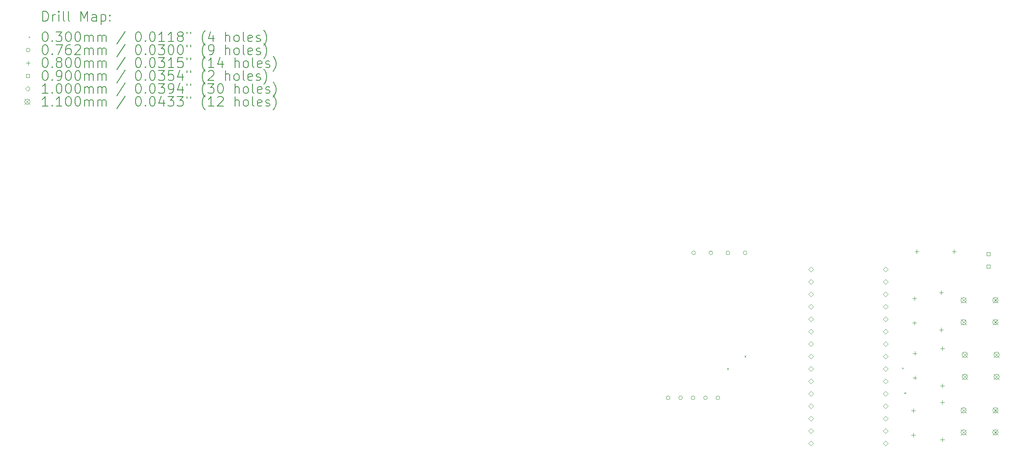
<source format=gbr>
%TF.GenerationSoftware,KiCad,Pcbnew,8.0.5*%
%TF.CreationDate,2024-10-27T13:36:52-04:00*%
%TF.ProjectId,Project1,50726f6a-6563-4743-912e-6b696361645f,rev?*%
%TF.SameCoordinates,Original*%
%TF.FileFunction,Drillmap*%
%TF.FilePolarity,Positive*%
%FSLAX45Y45*%
G04 Gerber Fmt 4.5, Leading zero omitted, Abs format (unit mm)*
G04 Created by KiCad (PCBNEW 8.0.5) date 2024-10-27 13:36:52*
%MOMM*%
%LPD*%
G01*
G04 APERTURE LIST*
%ADD10C,0.200000*%
%ADD11C,0.100000*%
%ADD12C,0.110000*%
G04 APERTURE END LIST*
D10*
D11*
X14235000Y-7403000D02*
X14265000Y-7433000D01*
X14265000Y-7403000D02*
X14235000Y-7433000D01*
X14590000Y-7145000D02*
X14620000Y-7175000D01*
X14620000Y-7145000D02*
X14590000Y-7175000D01*
X17807300Y-7390000D02*
X17837300Y-7420000D01*
X17837300Y-7390000D02*
X17807300Y-7420000D01*
X17852500Y-7897500D02*
X17882500Y-7927500D01*
X17882500Y-7897500D02*
X17852500Y-7927500D01*
X13070100Y-8010000D02*
G75*
G02*
X12993900Y-8010000I-38100J0D01*
G01*
X12993900Y-8010000D02*
G75*
G02*
X13070100Y-8010000I38100J0D01*
G01*
X13324100Y-8010000D02*
G75*
G02*
X13247900Y-8010000I-38100J0D01*
G01*
X13247900Y-8010000D02*
G75*
G02*
X13324100Y-8010000I38100J0D01*
G01*
X13578100Y-8010000D02*
G75*
G02*
X13501900Y-8010000I-38100J0D01*
G01*
X13501900Y-8010000D02*
G75*
G02*
X13578100Y-8010000I38100J0D01*
G01*
X13591100Y-5047000D02*
G75*
G02*
X13514900Y-5047000I-38100J0D01*
G01*
X13514900Y-5047000D02*
G75*
G02*
X13591100Y-5047000I38100J0D01*
G01*
X13832100Y-8010000D02*
G75*
G02*
X13755900Y-8010000I-38100J0D01*
G01*
X13755900Y-8010000D02*
G75*
G02*
X13832100Y-8010000I38100J0D01*
G01*
X13941100Y-5047000D02*
G75*
G02*
X13864900Y-5047000I-38100J0D01*
G01*
X13864900Y-5047000D02*
G75*
G02*
X13941100Y-5047000I38100J0D01*
G01*
X14086100Y-8010000D02*
G75*
G02*
X14009900Y-8010000I-38100J0D01*
G01*
X14009900Y-8010000D02*
G75*
G02*
X14086100Y-8010000I38100J0D01*
G01*
X14291100Y-5047000D02*
G75*
G02*
X14214900Y-5047000I-38100J0D01*
G01*
X14214900Y-5047000D02*
G75*
G02*
X14291100Y-5047000I38100J0D01*
G01*
X14641100Y-5047000D02*
G75*
G02*
X14564900Y-5047000I-38100J0D01*
G01*
X14564900Y-5047000D02*
G75*
G02*
X14641100Y-5047000I38100J0D01*
G01*
X18040000Y-8230000D02*
X18040000Y-8310000D01*
X18000000Y-8270000D02*
X18080000Y-8270000D01*
X18040000Y-8730000D02*
X18040000Y-8810000D01*
X18000000Y-8770000D02*
X18080000Y-8770000D01*
X18060000Y-5940000D02*
X18060000Y-6020000D01*
X18020000Y-5980000D02*
X18100000Y-5980000D01*
X18060000Y-6440000D02*
X18060000Y-6520000D01*
X18020000Y-6480000D02*
X18100000Y-6480000D01*
X18070000Y-7060000D02*
X18070000Y-7140000D01*
X18030000Y-7100000D02*
X18110000Y-7100000D01*
X18070000Y-7560000D02*
X18070000Y-7640000D01*
X18030000Y-7600000D02*
X18110000Y-7600000D01*
X18109000Y-4980000D02*
X18109000Y-5060000D01*
X18069000Y-5020000D02*
X18149000Y-5020000D01*
X18610000Y-5819000D02*
X18610000Y-5899000D01*
X18570000Y-5859000D02*
X18650000Y-5859000D01*
X18610000Y-6581000D02*
X18610000Y-6661000D01*
X18570000Y-6621000D02*
X18650000Y-6621000D01*
X18630000Y-6960000D02*
X18630000Y-7040000D01*
X18590000Y-7000000D02*
X18670000Y-7000000D01*
X18630000Y-7722000D02*
X18630000Y-7802000D01*
X18590000Y-7762000D02*
X18670000Y-7762000D01*
X18630000Y-8060000D02*
X18630000Y-8140000D01*
X18590000Y-8100000D02*
X18670000Y-8100000D01*
X18630000Y-8822000D02*
X18630000Y-8902000D01*
X18590000Y-8862000D02*
X18670000Y-8862000D01*
X18871000Y-4980000D02*
X18871000Y-5060000D01*
X18831000Y-5020000D02*
X18911000Y-5020000D01*
X19601820Y-5101820D02*
X19601820Y-5038180D01*
X19538180Y-5038180D01*
X19538180Y-5101820D01*
X19601820Y-5101820D01*
X19601820Y-5355820D02*
X19601820Y-5292180D01*
X19538180Y-5292180D01*
X19538180Y-5355820D01*
X19601820Y-5355820D01*
X15945000Y-5436000D02*
X15995000Y-5386000D01*
X15945000Y-5336000D01*
X15895000Y-5386000D01*
X15945000Y-5436000D01*
X15945000Y-5690000D02*
X15995000Y-5640000D01*
X15945000Y-5590000D01*
X15895000Y-5640000D01*
X15945000Y-5690000D01*
X15945000Y-5944000D02*
X15995000Y-5894000D01*
X15945000Y-5844000D01*
X15895000Y-5894000D01*
X15945000Y-5944000D01*
X15945000Y-6198000D02*
X15995000Y-6148000D01*
X15945000Y-6098000D01*
X15895000Y-6148000D01*
X15945000Y-6198000D01*
X15945000Y-6452000D02*
X15995000Y-6402000D01*
X15945000Y-6352000D01*
X15895000Y-6402000D01*
X15945000Y-6452000D01*
X15945000Y-6706000D02*
X15995000Y-6656000D01*
X15945000Y-6606000D01*
X15895000Y-6656000D01*
X15945000Y-6706000D01*
X15945000Y-6960000D02*
X15995000Y-6910000D01*
X15945000Y-6860000D01*
X15895000Y-6910000D01*
X15945000Y-6960000D01*
X15945000Y-7214000D02*
X15995000Y-7164000D01*
X15945000Y-7114000D01*
X15895000Y-7164000D01*
X15945000Y-7214000D01*
X15945000Y-7468000D02*
X15995000Y-7418000D01*
X15945000Y-7368000D01*
X15895000Y-7418000D01*
X15945000Y-7468000D01*
X15945000Y-7722000D02*
X15995000Y-7672000D01*
X15945000Y-7622000D01*
X15895000Y-7672000D01*
X15945000Y-7722000D01*
X15945000Y-7976000D02*
X15995000Y-7926000D01*
X15945000Y-7876000D01*
X15895000Y-7926000D01*
X15945000Y-7976000D01*
X15945000Y-8230000D02*
X15995000Y-8180000D01*
X15945000Y-8130000D01*
X15895000Y-8180000D01*
X15945000Y-8230000D01*
X15945000Y-8484000D02*
X15995000Y-8434000D01*
X15945000Y-8384000D01*
X15895000Y-8434000D01*
X15945000Y-8484000D01*
X15945000Y-8738000D02*
X15995000Y-8688000D01*
X15945000Y-8638000D01*
X15895000Y-8688000D01*
X15945000Y-8738000D01*
X15945000Y-8992000D02*
X15995000Y-8942000D01*
X15945000Y-8892000D01*
X15895000Y-8942000D01*
X15945000Y-8992000D01*
X17469000Y-5436000D02*
X17519000Y-5386000D01*
X17469000Y-5336000D01*
X17419000Y-5386000D01*
X17469000Y-5436000D01*
X17469000Y-5690000D02*
X17519000Y-5640000D01*
X17469000Y-5590000D01*
X17419000Y-5640000D01*
X17469000Y-5690000D01*
X17469000Y-5944000D02*
X17519000Y-5894000D01*
X17469000Y-5844000D01*
X17419000Y-5894000D01*
X17469000Y-5944000D01*
X17469000Y-6198000D02*
X17519000Y-6148000D01*
X17469000Y-6098000D01*
X17419000Y-6148000D01*
X17469000Y-6198000D01*
X17469000Y-6452000D02*
X17519000Y-6402000D01*
X17469000Y-6352000D01*
X17419000Y-6402000D01*
X17469000Y-6452000D01*
X17469000Y-6706000D02*
X17519000Y-6656000D01*
X17469000Y-6606000D01*
X17419000Y-6656000D01*
X17469000Y-6706000D01*
X17469000Y-6960000D02*
X17519000Y-6910000D01*
X17469000Y-6860000D01*
X17419000Y-6910000D01*
X17469000Y-6960000D01*
X17469000Y-7214000D02*
X17519000Y-7164000D01*
X17469000Y-7114000D01*
X17419000Y-7164000D01*
X17469000Y-7214000D01*
X17469000Y-7468000D02*
X17519000Y-7418000D01*
X17469000Y-7368000D01*
X17419000Y-7418000D01*
X17469000Y-7468000D01*
X17469000Y-7722000D02*
X17519000Y-7672000D01*
X17469000Y-7622000D01*
X17419000Y-7672000D01*
X17469000Y-7722000D01*
X17469000Y-7976000D02*
X17519000Y-7926000D01*
X17469000Y-7876000D01*
X17419000Y-7926000D01*
X17469000Y-7976000D01*
X17469000Y-8230000D02*
X17519000Y-8180000D01*
X17469000Y-8130000D01*
X17419000Y-8180000D01*
X17469000Y-8230000D01*
X17469000Y-8484000D02*
X17519000Y-8434000D01*
X17469000Y-8384000D01*
X17419000Y-8434000D01*
X17469000Y-8484000D01*
X17469000Y-8738000D02*
X17519000Y-8688000D01*
X17469000Y-8638000D01*
X17419000Y-8688000D01*
X17469000Y-8738000D01*
X17469000Y-8992000D02*
X17519000Y-8942000D01*
X17469000Y-8892000D01*
X17419000Y-8942000D01*
X17469000Y-8992000D01*
D12*
X19010000Y-5960000D02*
X19120000Y-6070000D01*
X19120000Y-5960000D02*
X19010000Y-6070000D01*
X19120000Y-6015000D02*
G75*
G02*
X19010000Y-6015000I-55000J0D01*
G01*
X19010000Y-6015000D02*
G75*
G02*
X19120000Y-6015000I55000J0D01*
G01*
X19010000Y-6410000D02*
X19120000Y-6520000D01*
X19120000Y-6410000D02*
X19010000Y-6520000D01*
X19120000Y-6465000D02*
G75*
G02*
X19010000Y-6465000I-55000J0D01*
G01*
X19010000Y-6465000D02*
G75*
G02*
X19120000Y-6465000I55000J0D01*
G01*
X19010000Y-8210000D02*
X19120000Y-8320000D01*
X19120000Y-8210000D02*
X19010000Y-8320000D01*
X19120000Y-8265000D02*
G75*
G02*
X19010000Y-8265000I-55000J0D01*
G01*
X19010000Y-8265000D02*
G75*
G02*
X19120000Y-8265000I55000J0D01*
G01*
X19010000Y-8660000D02*
X19120000Y-8770000D01*
X19120000Y-8660000D02*
X19010000Y-8770000D01*
X19120000Y-8715000D02*
G75*
G02*
X19010000Y-8715000I-55000J0D01*
G01*
X19010000Y-8715000D02*
G75*
G02*
X19120000Y-8715000I55000J0D01*
G01*
X19035000Y-7075000D02*
X19145000Y-7185000D01*
X19145000Y-7075000D02*
X19035000Y-7185000D01*
X19145000Y-7130000D02*
G75*
G02*
X19035000Y-7130000I-55000J0D01*
G01*
X19035000Y-7130000D02*
G75*
G02*
X19145000Y-7130000I55000J0D01*
G01*
X19035000Y-7525000D02*
X19145000Y-7635000D01*
X19145000Y-7525000D02*
X19035000Y-7635000D01*
X19145000Y-7580000D02*
G75*
G02*
X19035000Y-7580000I-55000J0D01*
G01*
X19035000Y-7580000D02*
G75*
G02*
X19145000Y-7580000I55000J0D01*
G01*
X19660000Y-5960000D02*
X19770000Y-6070000D01*
X19770000Y-5960000D02*
X19660000Y-6070000D01*
X19770000Y-6015000D02*
G75*
G02*
X19660000Y-6015000I-55000J0D01*
G01*
X19660000Y-6015000D02*
G75*
G02*
X19770000Y-6015000I55000J0D01*
G01*
X19660000Y-6410000D02*
X19770000Y-6520000D01*
X19770000Y-6410000D02*
X19660000Y-6520000D01*
X19770000Y-6465000D02*
G75*
G02*
X19660000Y-6465000I-55000J0D01*
G01*
X19660000Y-6465000D02*
G75*
G02*
X19770000Y-6465000I55000J0D01*
G01*
X19660000Y-8210000D02*
X19770000Y-8320000D01*
X19770000Y-8210000D02*
X19660000Y-8320000D01*
X19770000Y-8265000D02*
G75*
G02*
X19660000Y-8265000I-55000J0D01*
G01*
X19660000Y-8265000D02*
G75*
G02*
X19770000Y-8265000I55000J0D01*
G01*
X19660000Y-8660000D02*
X19770000Y-8770000D01*
X19770000Y-8660000D02*
X19660000Y-8770000D01*
X19770000Y-8715000D02*
G75*
G02*
X19660000Y-8715000I-55000J0D01*
G01*
X19660000Y-8715000D02*
G75*
G02*
X19770000Y-8715000I55000J0D01*
G01*
X19685000Y-7075000D02*
X19795000Y-7185000D01*
X19795000Y-7075000D02*
X19685000Y-7185000D01*
X19795000Y-7130000D02*
G75*
G02*
X19685000Y-7130000I-55000J0D01*
G01*
X19685000Y-7130000D02*
G75*
G02*
X19795000Y-7130000I55000J0D01*
G01*
X19685000Y-7525000D02*
X19795000Y-7635000D01*
X19795000Y-7525000D02*
X19685000Y-7635000D01*
X19795000Y-7580000D02*
G75*
G02*
X19685000Y-7580000I-55000J0D01*
G01*
X19685000Y-7580000D02*
G75*
G02*
X19795000Y-7580000I55000J0D01*
G01*
D10*
X260777Y-311484D02*
X260777Y-111484D01*
X260777Y-111484D02*
X308396Y-111484D01*
X308396Y-111484D02*
X336967Y-121008D01*
X336967Y-121008D02*
X356015Y-140055D01*
X356015Y-140055D02*
X365539Y-159103D01*
X365539Y-159103D02*
X375062Y-197198D01*
X375062Y-197198D02*
X375062Y-225769D01*
X375062Y-225769D02*
X365539Y-263865D01*
X365539Y-263865D02*
X356015Y-282912D01*
X356015Y-282912D02*
X336967Y-301960D01*
X336967Y-301960D02*
X308396Y-311484D01*
X308396Y-311484D02*
X260777Y-311484D01*
X460777Y-311484D02*
X460777Y-178150D01*
X460777Y-216246D02*
X470301Y-197198D01*
X470301Y-197198D02*
X479824Y-187674D01*
X479824Y-187674D02*
X498872Y-178150D01*
X498872Y-178150D02*
X517920Y-178150D01*
X584586Y-311484D02*
X584586Y-178150D01*
X584586Y-111484D02*
X575063Y-121008D01*
X575063Y-121008D02*
X584586Y-130531D01*
X584586Y-130531D02*
X594110Y-121008D01*
X594110Y-121008D02*
X584586Y-111484D01*
X584586Y-111484D02*
X584586Y-130531D01*
X708396Y-311484D02*
X689348Y-301960D01*
X689348Y-301960D02*
X679824Y-282912D01*
X679824Y-282912D02*
X679824Y-111484D01*
X813158Y-311484D02*
X794110Y-301960D01*
X794110Y-301960D02*
X784586Y-282912D01*
X784586Y-282912D02*
X784586Y-111484D01*
X1041729Y-311484D02*
X1041729Y-111484D01*
X1041729Y-111484D02*
X1108396Y-254341D01*
X1108396Y-254341D02*
X1175063Y-111484D01*
X1175063Y-111484D02*
X1175063Y-311484D01*
X1356015Y-311484D02*
X1356015Y-206722D01*
X1356015Y-206722D02*
X1346491Y-187674D01*
X1346491Y-187674D02*
X1327444Y-178150D01*
X1327444Y-178150D02*
X1289348Y-178150D01*
X1289348Y-178150D02*
X1270301Y-187674D01*
X1356015Y-301960D02*
X1336967Y-311484D01*
X1336967Y-311484D02*
X1289348Y-311484D01*
X1289348Y-311484D02*
X1270301Y-301960D01*
X1270301Y-301960D02*
X1260777Y-282912D01*
X1260777Y-282912D02*
X1260777Y-263865D01*
X1260777Y-263865D02*
X1270301Y-244817D01*
X1270301Y-244817D02*
X1289348Y-235293D01*
X1289348Y-235293D02*
X1336967Y-235293D01*
X1336967Y-235293D02*
X1356015Y-225769D01*
X1451253Y-178150D02*
X1451253Y-378150D01*
X1451253Y-187674D02*
X1470301Y-178150D01*
X1470301Y-178150D02*
X1508396Y-178150D01*
X1508396Y-178150D02*
X1527443Y-187674D01*
X1527443Y-187674D02*
X1536967Y-197198D01*
X1536967Y-197198D02*
X1546491Y-216246D01*
X1546491Y-216246D02*
X1546491Y-273389D01*
X1546491Y-273389D02*
X1536967Y-292436D01*
X1536967Y-292436D02*
X1527443Y-301960D01*
X1527443Y-301960D02*
X1508396Y-311484D01*
X1508396Y-311484D02*
X1470301Y-311484D01*
X1470301Y-311484D02*
X1451253Y-301960D01*
X1632205Y-292436D02*
X1641729Y-301960D01*
X1641729Y-301960D02*
X1632205Y-311484D01*
X1632205Y-311484D02*
X1622682Y-301960D01*
X1622682Y-301960D02*
X1632205Y-292436D01*
X1632205Y-292436D02*
X1632205Y-311484D01*
X1632205Y-187674D02*
X1641729Y-197198D01*
X1641729Y-197198D02*
X1632205Y-206722D01*
X1632205Y-206722D02*
X1622682Y-197198D01*
X1622682Y-197198D02*
X1632205Y-187674D01*
X1632205Y-187674D02*
X1632205Y-206722D01*
D11*
X-30000Y-625000D02*
X0Y-655000D01*
X0Y-625000D02*
X-30000Y-655000D01*
D10*
X298872Y-531484D02*
X317920Y-531484D01*
X317920Y-531484D02*
X336967Y-541008D01*
X336967Y-541008D02*
X346491Y-550531D01*
X346491Y-550531D02*
X356015Y-569579D01*
X356015Y-569579D02*
X365539Y-607674D01*
X365539Y-607674D02*
X365539Y-655293D01*
X365539Y-655293D02*
X356015Y-693389D01*
X356015Y-693389D02*
X346491Y-712436D01*
X346491Y-712436D02*
X336967Y-721960D01*
X336967Y-721960D02*
X317920Y-731484D01*
X317920Y-731484D02*
X298872Y-731484D01*
X298872Y-731484D02*
X279824Y-721960D01*
X279824Y-721960D02*
X270301Y-712436D01*
X270301Y-712436D02*
X260777Y-693389D01*
X260777Y-693389D02*
X251253Y-655293D01*
X251253Y-655293D02*
X251253Y-607674D01*
X251253Y-607674D02*
X260777Y-569579D01*
X260777Y-569579D02*
X270301Y-550531D01*
X270301Y-550531D02*
X279824Y-541008D01*
X279824Y-541008D02*
X298872Y-531484D01*
X451253Y-712436D02*
X460777Y-721960D01*
X460777Y-721960D02*
X451253Y-731484D01*
X451253Y-731484D02*
X441729Y-721960D01*
X441729Y-721960D02*
X451253Y-712436D01*
X451253Y-712436D02*
X451253Y-731484D01*
X527444Y-531484D02*
X651253Y-531484D01*
X651253Y-531484D02*
X584586Y-607674D01*
X584586Y-607674D02*
X613158Y-607674D01*
X613158Y-607674D02*
X632205Y-617198D01*
X632205Y-617198D02*
X641729Y-626722D01*
X641729Y-626722D02*
X651253Y-645770D01*
X651253Y-645770D02*
X651253Y-693389D01*
X651253Y-693389D02*
X641729Y-712436D01*
X641729Y-712436D02*
X632205Y-721960D01*
X632205Y-721960D02*
X613158Y-731484D01*
X613158Y-731484D02*
X556015Y-731484D01*
X556015Y-731484D02*
X536967Y-721960D01*
X536967Y-721960D02*
X527444Y-712436D01*
X775062Y-531484D02*
X794110Y-531484D01*
X794110Y-531484D02*
X813158Y-541008D01*
X813158Y-541008D02*
X822682Y-550531D01*
X822682Y-550531D02*
X832205Y-569579D01*
X832205Y-569579D02*
X841729Y-607674D01*
X841729Y-607674D02*
X841729Y-655293D01*
X841729Y-655293D02*
X832205Y-693389D01*
X832205Y-693389D02*
X822682Y-712436D01*
X822682Y-712436D02*
X813158Y-721960D01*
X813158Y-721960D02*
X794110Y-731484D01*
X794110Y-731484D02*
X775062Y-731484D01*
X775062Y-731484D02*
X756015Y-721960D01*
X756015Y-721960D02*
X746491Y-712436D01*
X746491Y-712436D02*
X736967Y-693389D01*
X736967Y-693389D02*
X727443Y-655293D01*
X727443Y-655293D02*
X727443Y-607674D01*
X727443Y-607674D02*
X736967Y-569579D01*
X736967Y-569579D02*
X746491Y-550531D01*
X746491Y-550531D02*
X756015Y-541008D01*
X756015Y-541008D02*
X775062Y-531484D01*
X965539Y-531484D02*
X984586Y-531484D01*
X984586Y-531484D02*
X1003634Y-541008D01*
X1003634Y-541008D02*
X1013158Y-550531D01*
X1013158Y-550531D02*
X1022682Y-569579D01*
X1022682Y-569579D02*
X1032205Y-607674D01*
X1032205Y-607674D02*
X1032205Y-655293D01*
X1032205Y-655293D02*
X1022682Y-693389D01*
X1022682Y-693389D02*
X1013158Y-712436D01*
X1013158Y-712436D02*
X1003634Y-721960D01*
X1003634Y-721960D02*
X984586Y-731484D01*
X984586Y-731484D02*
X965539Y-731484D01*
X965539Y-731484D02*
X946491Y-721960D01*
X946491Y-721960D02*
X936967Y-712436D01*
X936967Y-712436D02*
X927443Y-693389D01*
X927443Y-693389D02*
X917920Y-655293D01*
X917920Y-655293D02*
X917920Y-607674D01*
X917920Y-607674D02*
X927443Y-569579D01*
X927443Y-569579D02*
X936967Y-550531D01*
X936967Y-550531D02*
X946491Y-541008D01*
X946491Y-541008D02*
X965539Y-531484D01*
X1117920Y-731484D02*
X1117920Y-598150D01*
X1117920Y-617198D02*
X1127444Y-607674D01*
X1127444Y-607674D02*
X1146491Y-598150D01*
X1146491Y-598150D02*
X1175063Y-598150D01*
X1175063Y-598150D02*
X1194110Y-607674D01*
X1194110Y-607674D02*
X1203634Y-626722D01*
X1203634Y-626722D02*
X1203634Y-731484D01*
X1203634Y-626722D02*
X1213158Y-607674D01*
X1213158Y-607674D02*
X1232205Y-598150D01*
X1232205Y-598150D02*
X1260777Y-598150D01*
X1260777Y-598150D02*
X1279825Y-607674D01*
X1279825Y-607674D02*
X1289348Y-626722D01*
X1289348Y-626722D02*
X1289348Y-731484D01*
X1384586Y-731484D02*
X1384586Y-598150D01*
X1384586Y-617198D02*
X1394110Y-607674D01*
X1394110Y-607674D02*
X1413158Y-598150D01*
X1413158Y-598150D02*
X1441729Y-598150D01*
X1441729Y-598150D02*
X1460777Y-607674D01*
X1460777Y-607674D02*
X1470301Y-626722D01*
X1470301Y-626722D02*
X1470301Y-731484D01*
X1470301Y-626722D02*
X1479824Y-607674D01*
X1479824Y-607674D02*
X1498872Y-598150D01*
X1498872Y-598150D02*
X1527443Y-598150D01*
X1527443Y-598150D02*
X1546491Y-607674D01*
X1546491Y-607674D02*
X1556015Y-626722D01*
X1556015Y-626722D02*
X1556015Y-731484D01*
X1946491Y-521960D02*
X1775063Y-779103D01*
X2203634Y-531484D02*
X2222682Y-531484D01*
X2222682Y-531484D02*
X2241729Y-541008D01*
X2241729Y-541008D02*
X2251253Y-550531D01*
X2251253Y-550531D02*
X2260777Y-569579D01*
X2260777Y-569579D02*
X2270301Y-607674D01*
X2270301Y-607674D02*
X2270301Y-655293D01*
X2270301Y-655293D02*
X2260777Y-693389D01*
X2260777Y-693389D02*
X2251253Y-712436D01*
X2251253Y-712436D02*
X2241729Y-721960D01*
X2241729Y-721960D02*
X2222682Y-731484D01*
X2222682Y-731484D02*
X2203634Y-731484D01*
X2203634Y-731484D02*
X2184587Y-721960D01*
X2184587Y-721960D02*
X2175063Y-712436D01*
X2175063Y-712436D02*
X2165539Y-693389D01*
X2165539Y-693389D02*
X2156015Y-655293D01*
X2156015Y-655293D02*
X2156015Y-607674D01*
X2156015Y-607674D02*
X2165539Y-569579D01*
X2165539Y-569579D02*
X2175063Y-550531D01*
X2175063Y-550531D02*
X2184587Y-541008D01*
X2184587Y-541008D02*
X2203634Y-531484D01*
X2356015Y-712436D02*
X2365539Y-721960D01*
X2365539Y-721960D02*
X2356015Y-731484D01*
X2356015Y-731484D02*
X2346491Y-721960D01*
X2346491Y-721960D02*
X2356015Y-712436D01*
X2356015Y-712436D02*
X2356015Y-731484D01*
X2489348Y-531484D02*
X2508396Y-531484D01*
X2508396Y-531484D02*
X2527444Y-541008D01*
X2527444Y-541008D02*
X2536968Y-550531D01*
X2536968Y-550531D02*
X2546491Y-569579D01*
X2546491Y-569579D02*
X2556015Y-607674D01*
X2556015Y-607674D02*
X2556015Y-655293D01*
X2556015Y-655293D02*
X2546491Y-693389D01*
X2546491Y-693389D02*
X2536968Y-712436D01*
X2536968Y-712436D02*
X2527444Y-721960D01*
X2527444Y-721960D02*
X2508396Y-731484D01*
X2508396Y-731484D02*
X2489348Y-731484D01*
X2489348Y-731484D02*
X2470301Y-721960D01*
X2470301Y-721960D02*
X2460777Y-712436D01*
X2460777Y-712436D02*
X2451253Y-693389D01*
X2451253Y-693389D02*
X2441729Y-655293D01*
X2441729Y-655293D02*
X2441729Y-607674D01*
X2441729Y-607674D02*
X2451253Y-569579D01*
X2451253Y-569579D02*
X2460777Y-550531D01*
X2460777Y-550531D02*
X2470301Y-541008D01*
X2470301Y-541008D02*
X2489348Y-531484D01*
X2746491Y-731484D02*
X2632206Y-731484D01*
X2689348Y-731484D02*
X2689348Y-531484D01*
X2689348Y-531484D02*
X2670301Y-560055D01*
X2670301Y-560055D02*
X2651253Y-579103D01*
X2651253Y-579103D02*
X2632206Y-588627D01*
X2936967Y-731484D02*
X2822682Y-731484D01*
X2879825Y-731484D02*
X2879825Y-531484D01*
X2879825Y-531484D02*
X2860777Y-560055D01*
X2860777Y-560055D02*
X2841729Y-579103D01*
X2841729Y-579103D02*
X2822682Y-588627D01*
X3051253Y-617198D02*
X3032206Y-607674D01*
X3032206Y-607674D02*
X3022682Y-598150D01*
X3022682Y-598150D02*
X3013158Y-579103D01*
X3013158Y-579103D02*
X3013158Y-569579D01*
X3013158Y-569579D02*
X3022682Y-550531D01*
X3022682Y-550531D02*
X3032206Y-541008D01*
X3032206Y-541008D02*
X3051253Y-531484D01*
X3051253Y-531484D02*
X3089348Y-531484D01*
X3089348Y-531484D02*
X3108396Y-541008D01*
X3108396Y-541008D02*
X3117920Y-550531D01*
X3117920Y-550531D02*
X3127444Y-569579D01*
X3127444Y-569579D02*
X3127444Y-579103D01*
X3127444Y-579103D02*
X3117920Y-598150D01*
X3117920Y-598150D02*
X3108396Y-607674D01*
X3108396Y-607674D02*
X3089348Y-617198D01*
X3089348Y-617198D02*
X3051253Y-617198D01*
X3051253Y-617198D02*
X3032206Y-626722D01*
X3032206Y-626722D02*
X3022682Y-636246D01*
X3022682Y-636246D02*
X3013158Y-655293D01*
X3013158Y-655293D02*
X3013158Y-693389D01*
X3013158Y-693389D02*
X3022682Y-712436D01*
X3022682Y-712436D02*
X3032206Y-721960D01*
X3032206Y-721960D02*
X3051253Y-731484D01*
X3051253Y-731484D02*
X3089348Y-731484D01*
X3089348Y-731484D02*
X3108396Y-721960D01*
X3108396Y-721960D02*
X3117920Y-712436D01*
X3117920Y-712436D02*
X3127444Y-693389D01*
X3127444Y-693389D02*
X3127444Y-655293D01*
X3127444Y-655293D02*
X3117920Y-636246D01*
X3117920Y-636246D02*
X3108396Y-626722D01*
X3108396Y-626722D02*
X3089348Y-617198D01*
X3203634Y-531484D02*
X3203634Y-569579D01*
X3279825Y-531484D02*
X3279825Y-569579D01*
X3575063Y-807674D02*
X3565539Y-798150D01*
X3565539Y-798150D02*
X3546491Y-769579D01*
X3546491Y-769579D02*
X3536968Y-750531D01*
X3536968Y-750531D02*
X3527444Y-721960D01*
X3527444Y-721960D02*
X3517920Y-674341D01*
X3517920Y-674341D02*
X3517920Y-636246D01*
X3517920Y-636246D02*
X3527444Y-588627D01*
X3527444Y-588627D02*
X3536968Y-560055D01*
X3536968Y-560055D02*
X3546491Y-541008D01*
X3546491Y-541008D02*
X3565539Y-512436D01*
X3565539Y-512436D02*
X3575063Y-502912D01*
X3736968Y-598150D02*
X3736968Y-731484D01*
X3689348Y-521960D02*
X3641729Y-664817D01*
X3641729Y-664817D02*
X3765539Y-664817D01*
X3994110Y-731484D02*
X3994110Y-531484D01*
X4079825Y-731484D02*
X4079825Y-626722D01*
X4079825Y-626722D02*
X4070301Y-607674D01*
X4070301Y-607674D02*
X4051253Y-598150D01*
X4051253Y-598150D02*
X4022682Y-598150D01*
X4022682Y-598150D02*
X4003634Y-607674D01*
X4003634Y-607674D02*
X3994110Y-617198D01*
X4203634Y-731484D02*
X4184587Y-721960D01*
X4184587Y-721960D02*
X4175063Y-712436D01*
X4175063Y-712436D02*
X4165539Y-693389D01*
X4165539Y-693389D02*
X4165539Y-636246D01*
X4165539Y-636246D02*
X4175063Y-617198D01*
X4175063Y-617198D02*
X4184587Y-607674D01*
X4184587Y-607674D02*
X4203634Y-598150D01*
X4203634Y-598150D02*
X4232206Y-598150D01*
X4232206Y-598150D02*
X4251253Y-607674D01*
X4251253Y-607674D02*
X4260777Y-617198D01*
X4260777Y-617198D02*
X4270301Y-636246D01*
X4270301Y-636246D02*
X4270301Y-693389D01*
X4270301Y-693389D02*
X4260777Y-712436D01*
X4260777Y-712436D02*
X4251253Y-721960D01*
X4251253Y-721960D02*
X4232206Y-731484D01*
X4232206Y-731484D02*
X4203634Y-731484D01*
X4384587Y-731484D02*
X4365539Y-721960D01*
X4365539Y-721960D02*
X4356015Y-702912D01*
X4356015Y-702912D02*
X4356015Y-531484D01*
X4536968Y-721960D02*
X4517920Y-731484D01*
X4517920Y-731484D02*
X4479825Y-731484D01*
X4479825Y-731484D02*
X4460777Y-721960D01*
X4460777Y-721960D02*
X4451253Y-702912D01*
X4451253Y-702912D02*
X4451253Y-626722D01*
X4451253Y-626722D02*
X4460777Y-607674D01*
X4460777Y-607674D02*
X4479825Y-598150D01*
X4479825Y-598150D02*
X4517920Y-598150D01*
X4517920Y-598150D02*
X4536968Y-607674D01*
X4536968Y-607674D02*
X4546492Y-626722D01*
X4546492Y-626722D02*
X4546492Y-645770D01*
X4546492Y-645770D02*
X4451253Y-664817D01*
X4622682Y-721960D02*
X4641730Y-731484D01*
X4641730Y-731484D02*
X4679825Y-731484D01*
X4679825Y-731484D02*
X4698873Y-721960D01*
X4698873Y-721960D02*
X4708396Y-702912D01*
X4708396Y-702912D02*
X4708396Y-693389D01*
X4708396Y-693389D02*
X4698873Y-674341D01*
X4698873Y-674341D02*
X4679825Y-664817D01*
X4679825Y-664817D02*
X4651253Y-664817D01*
X4651253Y-664817D02*
X4632206Y-655293D01*
X4632206Y-655293D02*
X4622682Y-636246D01*
X4622682Y-636246D02*
X4622682Y-626722D01*
X4622682Y-626722D02*
X4632206Y-607674D01*
X4632206Y-607674D02*
X4651253Y-598150D01*
X4651253Y-598150D02*
X4679825Y-598150D01*
X4679825Y-598150D02*
X4698873Y-607674D01*
X4775063Y-807674D02*
X4784587Y-798150D01*
X4784587Y-798150D02*
X4803634Y-769579D01*
X4803634Y-769579D02*
X4813158Y-750531D01*
X4813158Y-750531D02*
X4822682Y-721960D01*
X4822682Y-721960D02*
X4832206Y-674341D01*
X4832206Y-674341D02*
X4832206Y-636246D01*
X4832206Y-636246D02*
X4822682Y-588627D01*
X4822682Y-588627D02*
X4813158Y-560055D01*
X4813158Y-560055D02*
X4803634Y-541008D01*
X4803634Y-541008D02*
X4784587Y-512436D01*
X4784587Y-512436D02*
X4775063Y-502912D01*
D11*
X0Y-904000D02*
G75*
G02*
X-76200Y-904000I-38100J0D01*
G01*
X-76200Y-904000D02*
G75*
G02*
X0Y-904000I38100J0D01*
G01*
D10*
X298872Y-795484D02*
X317920Y-795484D01*
X317920Y-795484D02*
X336967Y-805008D01*
X336967Y-805008D02*
X346491Y-814531D01*
X346491Y-814531D02*
X356015Y-833579D01*
X356015Y-833579D02*
X365539Y-871674D01*
X365539Y-871674D02*
X365539Y-919293D01*
X365539Y-919293D02*
X356015Y-957388D01*
X356015Y-957388D02*
X346491Y-976436D01*
X346491Y-976436D02*
X336967Y-985960D01*
X336967Y-985960D02*
X317920Y-995484D01*
X317920Y-995484D02*
X298872Y-995484D01*
X298872Y-995484D02*
X279824Y-985960D01*
X279824Y-985960D02*
X270301Y-976436D01*
X270301Y-976436D02*
X260777Y-957388D01*
X260777Y-957388D02*
X251253Y-919293D01*
X251253Y-919293D02*
X251253Y-871674D01*
X251253Y-871674D02*
X260777Y-833579D01*
X260777Y-833579D02*
X270301Y-814531D01*
X270301Y-814531D02*
X279824Y-805008D01*
X279824Y-805008D02*
X298872Y-795484D01*
X451253Y-976436D02*
X460777Y-985960D01*
X460777Y-985960D02*
X451253Y-995484D01*
X451253Y-995484D02*
X441729Y-985960D01*
X441729Y-985960D02*
X451253Y-976436D01*
X451253Y-976436D02*
X451253Y-995484D01*
X527444Y-795484D02*
X660777Y-795484D01*
X660777Y-795484D02*
X575063Y-995484D01*
X822682Y-795484D02*
X784586Y-795484D01*
X784586Y-795484D02*
X765539Y-805008D01*
X765539Y-805008D02*
X756015Y-814531D01*
X756015Y-814531D02*
X736967Y-843103D01*
X736967Y-843103D02*
X727443Y-881198D01*
X727443Y-881198D02*
X727443Y-957388D01*
X727443Y-957388D02*
X736967Y-976436D01*
X736967Y-976436D02*
X746491Y-985960D01*
X746491Y-985960D02*
X765539Y-995484D01*
X765539Y-995484D02*
X803634Y-995484D01*
X803634Y-995484D02*
X822682Y-985960D01*
X822682Y-985960D02*
X832205Y-976436D01*
X832205Y-976436D02*
X841729Y-957388D01*
X841729Y-957388D02*
X841729Y-909769D01*
X841729Y-909769D02*
X832205Y-890722D01*
X832205Y-890722D02*
X822682Y-881198D01*
X822682Y-881198D02*
X803634Y-871674D01*
X803634Y-871674D02*
X765539Y-871674D01*
X765539Y-871674D02*
X746491Y-881198D01*
X746491Y-881198D02*
X736967Y-890722D01*
X736967Y-890722D02*
X727443Y-909769D01*
X917920Y-814531D02*
X927443Y-805008D01*
X927443Y-805008D02*
X946491Y-795484D01*
X946491Y-795484D02*
X994110Y-795484D01*
X994110Y-795484D02*
X1013158Y-805008D01*
X1013158Y-805008D02*
X1022682Y-814531D01*
X1022682Y-814531D02*
X1032205Y-833579D01*
X1032205Y-833579D02*
X1032205Y-852627D01*
X1032205Y-852627D02*
X1022682Y-881198D01*
X1022682Y-881198D02*
X908396Y-995484D01*
X908396Y-995484D02*
X1032205Y-995484D01*
X1117920Y-995484D02*
X1117920Y-862150D01*
X1117920Y-881198D02*
X1127444Y-871674D01*
X1127444Y-871674D02*
X1146491Y-862150D01*
X1146491Y-862150D02*
X1175063Y-862150D01*
X1175063Y-862150D02*
X1194110Y-871674D01*
X1194110Y-871674D02*
X1203634Y-890722D01*
X1203634Y-890722D02*
X1203634Y-995484D01*
X1203634Y-890722D02*
X1213158Y-871674D01*
X1213158Y-871674D02*
X1232205Y-862150D01*
X1232205Y-862150D02*
X1260777Y-862150D01*
X1260777Y-862150D02*
X1279825Y-871674D01*
X1279825Y-871674D02*
X1289348Y-890722D01*
X1289348Y-890722D02*
X1289348Y-995484D01*
X1384586Y-995484D02*
X1384586Y-862150D01*
X1384586Y-881198D02*
X1394110Y-871674D01*
X1394110Y-871674D02*
X1413158Y-862150D01*
X1413158Y-862150D02*
X1441729Y-862150D01*
X1441729Y-862150D02*
X1460777Y-871674D01*
X1460777Y-871674D02*
X1470301Y-890722D01*
X1470301Y-890722D02*
X1470301Y-995484D01*
X1470301Y-890722D02*
X1479824Y-871674D01*
X1479824Y-871674D02*
X1498872Y-862150D01*
X1498872Y-862150D02*
X1527443Y-862150D01*
X1527443Y-862150D02*
X1546491Y-871674D01*
X1546491Y-871674D02*
X1556015Y-890722D01*
X1556015Y-890722D02*
X1556015Y-995484D01*
X1946491Y-785960D02*
X1775063Y-1043103D01*
X2203634Y-795484D02*
X2222682Y-795484D01*
X2222682Y-795484D02*
X2241729Y-805008D01*
X2241729Y-805008D02*
X2251253Y-814531D01*
X2251253Y-814531D02*
X2260777Y-833579D01*
X2260777Y-833579D02*
X2270301Y-871674D01*
X2270301Y-871674D02*
X2270301Y-919293D01*
X2270301Y-919293D02*
X2260777Y-957388D01*
X2260777Y-957388D02*
X2251253Y-976436D01*
X2251253Y-976436D02*
X2241729Y-985960D01*
X2241729Y-985960D02*
X2222682Y-995484D01*
X2222682Y-995484D02*
X2203634Y-995484D01*
X2203634Y-995484D02*
X2184587Y-985960D01*
X2184587Y-985960D02*
X2175063Y-976436D01*
X2175063Y-976436D02*
X2165539Y-957388D01*
X2165539Y-957388D02*
X2156015Y-919293D01*
X2156015Y-919293D02*
X2156015Y-871674D01*
X2156015Y-871674D02*
X2165539Y-833579D01*
X2165539Y-833579D02*
X2175063Y-814531D01*
X2175063Y-814531D02*
X2184587Y-805008D01*
X2184587Y-805008D02*
X2203634Y-795484D01*
X2356015Y-976436D02*
X2365539Y-985960D01*
X2365539Y-985960D02*
X2356015Y-995484D01*
X2356015Y-995484D02*
X2346491Y-985960D01*
X2346491Y-985960D02*
X2356015Y-976436D01*
X2356015Y-976436D02*
X2356015Y-995484D01*
X2489348Y-795484D02*
X2508396Y-795484D01*
X2508396Y-795484D02*
X2527444Y-805008D01*
X2527444Y-805008D02*
X2536968Y-814531D01*
X2536968Y-814531D02*
X2546491Y-833579D01*
X2546491Y-833579D02*
X2556015Y-871674D01*
X2556015Y-871674D02*
X2556015Y-919293D01*
X2556015Y-919293D02*
X2546491Y-957388D01*
X2546491Y-957388D02*
X2536968Y-976436D01*
X2536968Y-976436D02*
X2527444Y-985960D01*
X2527444Y-985960D02*
X2508396Y-995484D01*
X2508396Y-995484D02*
X2489348Y-995484D01*
X2489348Y-995484D02*
X2470301Y-985960D01*
X2470301Y-985960D02*
X2460777Y-976436D01*
X2460777Y-976436D02*
X2451253Y-957388D01*
X2451253Y-957388D02*
X2441729Y-919293D01*
X2441729Y-919293D02*
X2441729Y-871674D01*
X2441729Y-871674D02*
X2451253Y-833579D01*
X2451253Y-833579D02*
X2460777Y-814531D01*
X2460777Y-814531D02*
X2470301Y-805008D01*
X2470301Y-805008D02*
X2489348Y-795484D01*
X2622682Y-795484D02*
X2746491Y-795484D01*
X2746491Y-795484D02*
X2679825Y-871674D01*
X2679825Y-871674D02*
X2708396Y-871674D01*
X2708396Y-871674D02*
X2727444Y-881198D01*
X2727444Y-881198D02*
X2736968Y-890722D01*
X2736968Y-890722D02*
X2746491Y-909769D01*
X2746491Y-909769D02*
X2746491Y-957388D01*
X2746491Y-957388D02*
X2736968Y-976436D01*
X2736968Y-976436D02*
X2727444Y-985960D01*
X2727444Y-985960D02*
X2708396Y-995484D01*
X2708396Y-995484D02*
X2651253Y-995484D01*
X2651253Y-995484D02*
X2632206Y-985960D01*
X2632206Y-985960D02*
X2622682Y-976436D01*
X2870301Y-795484D02*
X2889348Y-795484D01*
X2889348Y-795484D02*
X2908396Y-805008D01*
X2908396Y-805008D02*
X2917920Y-814531D01*
X2917920Y-814531D02*
X2927444Y-833579D01*
X2927444Y-833579D02*
X2936967Y-871674D01*
X2936967Y-871674D02*
X2936967Y-919293D01*
X2936967Y-919293D02*
X2927444Y-957388D01*
X2927444Y-957388D02*
X2917920Y-976436D01*
X2917920Y-976436D02*
X2908396Y-985960D01*
X2908396Y-985960D02*
X2889348Y-995484D01*
X2889348Y-995484D02*
X2870301Y-995484D01*
X2870301Y-995484D02*
X2851253Y-985960D01*
X2851253Y-985960D02*
X2841729Y-976436D01*
X2841729Y-976436D02*
X2832206Y-957388D01*
X2832206Y-957388D02*
X2822682Y-919293D01*
X2822682Y-919293D02*
X2822682Y-871674D01*
X2822682Y-871674D02*
X2832206Y-833579D01*
X2832206Y-833579D02*
X2841729Y-814531D01*
X2841729Y-814531D02*
X2851253Y-805008D01*
X2851253Y-805008D02*
X2870301Y-795484D01*
X3060777Y-795484D02*
X3079825Y-795484D01*
X3079825Y-795484D02*
X3098872Y-805008D01*
X3098872Y-805008D02*
X3108396Y-814531D01*
X3108396Y-814531D02*
X3117920Y-833579D01*
X3117920Y-833579D02*
X3127444Y-871674D01*
X3127444Y-871674D02*
X3127444Y-919293D01*
X3127444Y-919293D02*
X3117920Y-957388D01*
X3117920Y-957388D02*
X3108396Y-976436D01*
X3108396Y-976436D02*
X3098872Y-985960D01*
X3098872Y-985960D02*
X3079825Y-995484D01*
X3079825Y-995484D02*
X3060777Y-995484D01*
X3060777Y-995484D02*
X3041729Y-985960D01*
X3041729Y-985960D02*
X3032206Y-976436D01*
X3032206Y-976436D02*
X3022682Y-957388D01*
X3022682Y-957388D02*
X3013158Y-919293D01*
X3013158Y-919293D02*
X3013158Y-871674D01*
X3013158Y-871674D02*
X3022682Y-833579D01*
X3022682Y-833579D02*
X3032206Y-814531D01*
X3032206Y-814531D02*
X3041729Y-805008D01*
X3041729Y-805008D02*
X3060777Y-795484D01*
X3203634Y-795484D02*
X3203634Y-833579D01*
X3279825Y-795484D02*
X3279825Y-833579D01*
X3575063Y-1071674D02*
X3565539Y-1062150D01*
X3565539Y-1062150D02*
X3546491Y-1033579D01*
X3546491Y-1033579D02*
X3536968Y-1014531D01*
X3536968Y-1014531D02*
X3527444Y-985960D01*
X3527444Y-985960D02*
X3517920Y-938341D01*
X3517920Y-938341D02*
X3517920Y-900246D01*
X3517920Y-900246D02*
X3527444Y-852627D01*
X3527444Y-852627D02*
X3536968Y-824055D01*
X3536968Y-824055D02*
X3546491Y-805008D01*
X3546491Y-805008D02*
X3565539Y-776436D01*
X3565539Y-776436D02*
X3575063Y-766912D01*
X3660777Y-995484D02*
X3698872Y-995484D01*
X3698872Y-995484D02*
X3717920Y-985960D01*
X3717920Y-985960D02*
X3727444Y-976436D01*
X3727444Y-976436D02*
X3746491Y-947865D01*
X3746491Y-947865D02*
X3756015Y-909769D01*
X3756015Y-909769D02*
X3756015Y-833579D01*
X3756015Y-833579D02*
X3746491Y-814531D01*
X3746491Y-814531D02*
X3736968Y-805008D01*
X3736968Y-805008D02*
X3717920Y-795484D01*
X3717920Y-795484D02*
X3679825Y-795484D01*
X3679825Y-795484D02*
X3660777Y-805008D01*
X3660777Y-805008D02*
X3651253Y-814531D01*
X3651253Y-814531D02*
X3641729Y-833579D01*
X3641729Y-833579D02*
X3641729Y-881198D01*
X3641729Y-881198D02*
X3651253Y-900246D01*
X3651253Y-900246D02*
X3660777Y-909769D01*
X3660777Y-909769D02*
X3679825Y-919293D01*
X3679825Y-919293D02*
X3717920Y-919293D01*
X3717920Y-919293D02*
X3736968Y-909769D01*
X3736968Y-909769D02*
X3746491Y-900246D01*
X3746491Y-900246D02*
X3756015Y-881198D01*
X3994110Y-995484D02*
X3994110Y-795484D01*
X4079825Y-995484D02*
X4079825Y-890722D01*
X4079825Y-890722D02*
X4070301Y-871674D01*
X4070301Y-871674D02*
X4051253Y-862150D01*
X4051253Y-862150D02*
X4022682Y-862150D01*
X4022682Y-862150D02*
X4003634Y-871674D01*
X4003634Y-871674D02*
X3994110Y-881198D01*
X4203634Y-995484D02*
X4184587Y-985960D01*
X4184587Y-985960D02*
X4175063Y-976436D01*
X4175063Y-976436D02*
X4165539Y-957388D01*
X4165539Y-957388D02*
X4165539Y-900246D01*
X4165539Y-900246D02*
X4175063Y-881198D01*
X4175063Y-881198D02*
X4184587Y-871674D01*
X4184587Y-871674D02*
X4203634Y-862150D01*
X4203634Y-862150D02*
X4232206Y-862150D01*
X4232206Y-862150D02*
X4251253Y-871674D01*
X4251253Y-871674D02*
X4260777Y-881198D01*
X4260777Y-881198D02*
X4270301Y-900246D01*
X4270301Y-900246D02*
X4270301Y-957388D01*
X4270301Y-957388D02*
X4260777Y-976436D01*
X4260777Y-976436D02*
X4251253Y-985960D01*
X4251253Y-985960D02*
X4232206Y-995484D01*
X4232206Y-995484D02*
X4203634Y-995484D01*
X4384587Y-995484D02*
X4365539Y-985960D01*
X4365539Y-985960D02*
X4356015Y-966912D01*
X4356015Y-966912D02*
X4356015Y-795484D01*
X4536968Y-985960D02*
X4517920Y-995484D01*
X4517920Y-995484D02*
X4479825Y-995484D01*
X4479825Y-995484D02*
X4460777Y-985960D01*
X4460777Y-985960D02*
X4451253Y-966912D01*
X4451253Y-966912D02*
X4451253Y-890722D01*
X4451253Y-890722D02*
X4460777Y-871674D01*
X4460777Y-871674D02*
X4479825Y-862150D01*
X4479825Y-862150D02*
X4517920Y-862150D01*
X4517920Y-862150D02*
X4536968Y-871674D01*
X4536968Y-871674D02*
X4546492Y-890722D01*
X4546492Y-890722D02*
X4546492Y-909769D01*
X4546492Y-909769D02*
X4451253Y-928817D01*
X4622682Y-985960D02*
X4641730Y-995484D01*
X4641730Y-995484D02*
X4679825Y-995484D01*
X4679825Y-995484D02*
X4698873Y-985960D01*
X4698873Y-985960D02*
X4708396Y-966912D01*
X4708396Y-966912D02*
X4708396Y-957388D01*
X4708396Y-957388D02*
X4698873Y-938341D01*
X4698873Y-938341D02*
X4679825Y-928817D01*
X4679825Y-928817D02*
X4651253Y-928817D01*
X4651253Y-928817D02*
X4632206Y-919293D01*
X4632206Y-919293D02*
X4622682Y-900246D01*
X4622682Y-900246D02*
X4622682Y-890722D01*
X4622682Y-890722D02*
X4632206Y-871674D01*
X4632206Y-871674D02*
X4651253Y-862150D01*
X4651253Y-862150D02*
X4679825Y-862150D01*
X4679825Y-862150D02*
X4698873Y-871674D01*
X4775063Y-1071674D02*
X4784587Y-1062150D01*
X4784587Y-1062150D02*
X4803634Y-1033579D01*
X4803634Y-1033579D02*
X4813158Y-1014531D01*
X4813158Y-1014531D02*
X4822682Y-985960D01*
X4822682Y-985960D02*
X4832206Y-938341D01*
X4832206Y-938341D02*
X4832206Y-900246D01*
X4832206Y-900246D02*
X4822682Y-852627D01*
X4822682Y-852627D02*
X4813158Y-824055D01*
X4813158Y-824055D02*
X4803634Y-805008D01*
X4803634Y-805008D02*
X4784587Y-776436D01*
X4784587Y-776436D02*
X4775063Y-766912D01*
D11*
X-40000Y-1128000D02*
X-40000Y-1208000D01*
X-80000Y-1168000D02*
X0Y-1168000D01*
D10*
X298872Y-1059484D02*
X317920Y-1059484D01*
X317920Y-1059484D02*
X336967Y-1069008D01*
X336967Y-1069008D02*
X346491Y-1078531D01*
X346491Y-1078531D02*
X356015Y-1097579D01*
X356015Y-1097579D02*
X365539Y-1135674D01*
X365539Y-1135674D02*
X365539Y-1183293D01*
X365539Y-1183293D02*
X356015Y-1221389D01*
X356015Y-1221389D02*
X346491Y-1240436D01*
X346491Y-1240436D02*
X336967Y-1249960D01*
X336967Y-1249960D02*
X317920Y-1259484D01*
X317920Y-1259484D02*
X298872Y-1259484D01*
X298872Y-1259484D02*
X279824Y-1249960D01*
X279824Y-1249960D02*
X270301Y-1240436D01*
X270301Y-1240436D02*
X260777Y-1221389D01*
X260777Y-1221389D02*
X251253Y-1183293D01*
X251253Y-1183293D02*
X251253Y-1135674D01*
X251253Y-1135674D02*
X260777Y-1097579D01*
X260777Y-1097579D02*
X270301Y-1078531D01*
X270301Y-1078531D02*
X279824Y-1069008D01*
X279824Y-1069008D02*
X298872Y-1059484D01*
X451253Y-1240436D02*
X460777Y-1249960D01*
X460777Y-1249960D02*
X451253Y-1259484D01*
X451253Y-1259484D02*
X441729Y-1249960D01*
X441729Y-1249960D02*
X451253Y-1240436D01*
X451253Y-1240436D02*
X451253Y-1259484D01*
X575063Y-1145198D02*
X556015Y-1135674D01*
X556015Y-1135674D02*
X546491Y-1126150D01*
X546491Y-1126150D02*
X536967Y-1107103D01*
X536967Y-1107103D02*
X536967Y-1097579D01*
X536967Y-1097579D02*
X546491Y-1078531D01*
X546491Y-1078531D02*
X556015Y-1069008D01*
X556015Y-1069008D02*
X575063Y-1059484D01*
X575063Y-1059484D02*
X613158Y-1059484D01*
X613158Y-1059484D02*
X632205Y-1069008D01*
X632205Y-1069008D02*
X641729Y-1078531D01*
X641729Y-1078531D02*
X651253Y-1097579D01*
X651253Y-1097579D02*
X651253Y-1107103D01*
X651253Y-1107103D02*
X641729Y-1126150D01*
X641729Y-1126150D02*
X632205Y-1135674D01*
X632205Y-1135674D02*
X613158Y-1145198D01*
X613158Y-1145198D02*
X575063Y-1145198D01*
X575063Y-1145198D02*
X556015Y-1154722D01*
X556015Y-1154722D02*
X546491Y-1164246D01*
X546491Y-1164246D02*
X536967Y-1183293D01*
X536967Y-1183293D02*
X536967Y-1221389D01*
X536967Y-1221389D02*
X546491Y-1240436D01*
X546491Y-1240436D02*
X556015Y-1249960D01*
X556015Y-1249960D02*
X575063Y-1259484D01*
X575063Y-1259484D02*
X613158Y-1259484D01*
X613158Y-1259484D02*
X632205Y-1249960D01*
X632205Y-1249960D02*
X641729Y-1240436D01*
X641729Y-1240436D02*
X651253Y-1221389D01*
X651253Y-1221389D02*
X651253Y-1183293D01*
X651253Y-1183293D02*
X641729Y-1164246D01*
X641729Y-1164246D02*
X632205Y-1154722D01*
X632205Y-1154722D02*
X613158Y-1145198D01*
X775062Y-1059484D02*
X794110Y-1059484D01*
X794110Y-1059484D02*
X813158Y-1069008D01*
X813158Y-1069008D02*
X822682Y-1078531D01*
X822682Y-1078531D02*
X832205Y-1097579D01*
X832205Y-1097579D02*
X841729Y-1135674D01*
X841729Y-1135674D02*
X841729Y-1183293D01*
X841729Y-1183293D02*
X832205Y-1221389D01*
X832205Y-1221389D02*
X822682Y-1240436D01*
X822682Y-1240436D02*
X813158Y-1249960D01*
X813158Y-1249960D02*
X794110Y-1259484D01*
X794110Y-1259484D02*
X775062Y-1259484D01*
X775062Y-1259484D02*
X756015Y-1249960D01*
X756015Y-1249960D02*
X746491Y-1240436D01*
X746491Y-1240436D02*
X736967Y-1221389D01*
X736967Y-1221389D02*
X727443Y-1183293D01*
X727443Y-1183293D02*
X727443Y-1135674D01*
X727443Y-1135674D02*
X736967Y-1097579D01*
X736967Y-1097579D02*
X746491Y-1078531D01*
X746491Y-1078531D02*
X756015Y-1069008D01*
X756015Y-1069008D02*
X775062Y-1059484D01*
X965539Y-1059484D02*
X984586Y-1059484D01*
X984586Y-1059484D02*
X1003634Y-1069008D01*
X1003634Y-1069008D02*
X1013158Y-1078531D01*
X1013158Y-1078531D02*
X1022682Y-1097579D01*
X1022682Y-1097579D02*
X1032205Y-1135674D01*
X1032205Y-1135674D02*
X1032205Y-1183293D01*
X1032205Y-1183293D02*
X1022682Y-1221389D01*
X1022682Y-1221389D02*
X1013158Y-1240436D01*
X1013158Y-1240436D02*
X1003634Y-1249960D01*
X1003634Y-1249960D02*
X984586Y-1259484D01*
X984586Y-1259484D02*
X965539Y-1259484D01*
X965539Y-1259484D02*
X946491Y-1249960D01*
X946491Y-1249960D02*
X936967Y-1240436D01*
X936967Y-1240436D02*
X927443Y-1221389D01*
X927443Y-1221389D02*
X917920Y-1183293D01*
X917920Y-1183293D02*
X917920Y-1135674D01*
X917920Y-1135674D02*
X927443Y-1097579D01*
X927443Y-1097579D02*
X936967Y-1078531D01*
X936967Y-1078531D02*
X946491Y-1069008D01*
X946491Y-1069008D02*
X965539Y-1059484D01*
X1117920Y-1259484D02*
X1117920Y-1126150D01*
X1117920Y-1145198D02*
X1127444Y-1135674D01*
X1127444Y-1135674D02*
X1146491Y-1126150D01*
X1146491Y-1126150D02*
X1175063Y-1126150D01*
X1175063Y-1126150D02*
X1194110Y-1135674D01*
X1194110Y-1135674D02*
X1203634Y-1154722D01*
X1203634Y-1154722D02*
X1203634Y-1259484D01*
X1203634Y-1154722D02*
X1213158Y-1135674D01*
X1213158Y-1135674D02*
X1232205Y-1126150D01*
X1232205Y-1126150D02*
X1260777Y-1126150D01*
X1260777Y-1126150D02*
X1279825Y-1135674D01*
X1279825Y-1135674D02*
X1289348Y-1154722D01*
X1289348Y-1154722D02*
X1289348Y-1259484D01*
X1384586Y-1259484D02*
X1384586Y-1126150D01*
X1384586Y-1145198D02*
X1394110Y-1135674D01*
X1394110Y-1135674D02*
X1413158Y-1126150D01*
X1413158Y-1126150D02*
X1441729Y-1126150D01*
X1441729Y-1126150D02*
X1460777Y-1135674D01*
X1460777Y-1135674D02*
X1470301Y-1154722D01*
X1470301Y-1154722D02*
X1470301Y-1259484D01*
X1470301Y-1154722D02*
X1479824Y-1135674D01*
X1479824Y-1135674D02*
X1498872Y-1126150D01*
X1498872Y-1126150D02*
X1527443Y-1126150D01*
X1527443Y-1126150D02*
X1546491Y-1135674D01*
X1546491Y-1135674D02*
X1556015Y-1154722D01*
X1556015Y-1154722D02*
X1556015Y-1259484D01*
X1946491Y-1049960D02*
X1775063Y-1307103D01*
X2203634Y-1059484D02*
X2222682Y-1059484D01*
X2222682Y-1059484D02*
X2241729Y-1069008D01*
X2241729Y-1069008D02*
X2251253Y-1078531D01*
X2251253Y-1078531D02*
X2260777Y-1097579D01*
X2260777Y-1097579D02*
X2270301Y-1135674D01*
X2270301Y-1135674D02*
X2270301Y-1183293D01*
X2270301Y-1183293D02*
X2260777Y-1221389D01*
X2260777Y-1221389D02*
X2251253Y-1240436D01*
X2251253Y-1240436D02*
X2241729Y-1249960D01*
X2241729Y-1249960D02*
X2222682Y-1259484D01*
X2222682Y-1259484D02*
X2203634Y-1259484D01*
X2203634Y-1259484D02*
X2184587Y-1249960D01*
X2184587Y-1249960D02*
X2175063Y-1240436D01*
X2175063Y-1240436D02*
X2165539Y-1221389D01*
X2165539Y-1221389D02*
X2156015Y-1183293D01*
X2156015Y-1183293D02*
X2156015Y-1135674D01*
X2156015Y-1135674D02*
X2165539Y-1097579D01*
X2165539Y-1097579D02*
X2175063Y-1078531D01*
X2175063Y-1078531D02*
X2184587Y-1069008D01*
X2184587Y-1069008D02*
X2203634Y-1059484D01*
X2356015Y-1240436D02*
X2365539Y-1249960D01*
X2365539Y-1249960D02*
X2356015Y-1259484D01*
X2356015Y-1259484D02*
X2346491Y-1249960D01*
X2346491Y-1249960D02*
X2356015Y-1240436D01*
X2356015Y-1240436D02*
X2356015Y-1259484D01*
X2489348Y-1059484D02*
X2508396Y-1059484D01*
X2508396Y-1059484D02*
X2527444Y-1069008D01*
X2527444Y-1069008D02*
X2536968Y-1078531D01*
X2536968Y-1078531D02*
X2546491Y-1097579D01*
X2546491Y-1097579D02*
X2556015Y-1135674D01*
X2556015Y-1135674D02*
X2556015Y-1183293D01*
X2556015Y-1183293D02*
X2546491Y-1221389D01*
X2546491Y-1221389D02*
X2536968Y-1240436D01*
X2536968Y-1240436D02*
X2527444Y-1249960D01*
X2527444Y-1249960D02*
X2508396Y-1259484D01*
X2508396Y-1259484D02*
X2489348Y-1259484D01*
X2489348Y-1259484D02*
X2470301Y-1249960D01*
X2470301Y-1249960D02*
X2460777Y-1240436D01*
X2460777Y-1240436D02*
X2451253Y-1221389D01*
X2451253Y-1221389D02*
X2441729Y-1183293D01*
X2441729Y-1183293D02*
X2441729Y-1135674D01*
X2441729Y-1135674D02*
X2451253Y-1097579D01*
X2451253Y-1097579D02*
X2460777Y-1078531D01*
X2460777Y-1078531D02*
X2470301Y-1069008D01*
X2470301Y-1069008D02*
X2489348Y-1059484D01*
X2622682Y-1059484D02*
X2746491Y-1059484D01*
X2746491Y-1059484D02*
X2679825Y-1135674D01*
X2679825Y-1135674D02*
X2708396Y-1135674D01*
X2708396Y-1135674D02*
X2727444Y-1145198D01*
X2727444Y-1145198D02*
X2736968Y-1154722D01*
X2736968Y-1154722D02*
X2746491Y-1173770D01*
X2746491Y-1173770D02*
X2746491Y-1221389D01*
X2746491Y-1221389D02*
X2736968Y-1240436D01*
X2736968Y-1240436D02*
X2727444Y-1249960D01*
X2727444Y-1249960D02*
X2708396Y-1259484D01*
X2708396Y-1259484D02*
X2651253Y-1259484D01*
X2651253Y-1259484D02*
X2632206Y-1249960D01*
X2632206Y-1249960D02*
X2622682Y-1240436D01*
X2936967Y-1259484D02*
X2822682Y-1259484D01*
X2879825Y-1259484D02*
X2879825Y-1059484D01*
X2879825Y-1059484D02*
X2860777Y-1088055D01*
X2860777Y-1088055D02*
X2841729Y-1107103D01*
X2841729Y-1107103D02*
X2822682Y-1116627D01*
X3117920Y-1059484D02*
X3022682Y-1059484D01*
X3022682Y-1059484D02*
X3013158Y-1154722D01*
X3013158Y-1154722D02*
X3022682Y-1145198D01*
X3022682Y-1145198D02*
X3041729Y-1135674D01*
X3041729Y-1135674D02*
X3089348Y-1135674D01*
X3089348Y-1135674D02*
X3108396Y-1145198D01*
X3108396Y-1145198D02*
X3117920Y-1154722D01*
X3117920Y-1154722D02*
X3127444Y-1173770D01*
X3127444Y-1173770D02*
X3127444Y-1221389D01*
X3127444Y-1221389D02*
X3117920Y-1240436D01*
X3117920Y-1240436D02*
X3108396Y-1249960D01*
X3108396Y-1249960D02*
X3089348Y-1259484D01*
X3089348Y-1259484D02*
X3041729Y-1259484D01*
X3041729Y-1259484D02*
X3022682Y-1249960D01*
X3022682Y-1249960D02*
X3013158Y-1240436D01*
X3203634Y-1059484D02*
X3203634Y-1097579D01*
X3279825Y-1059484D02*
X3279825Y-1097579D01*
X3575063Y-1335674D02*
X3565539Y-1326150D01*
X3565539Y-1326150D02*
X3546491Y-1297579D01*
X3546491Y-1297579D02*
X3536968Y-1278531D01*
X3536968Y-1278531D02*
X3527444Y-1249960D01*
X3527444Y-1249960D02*
X3517920Y-1202341D01*
X3517920Y-1202341D02*
X3517920Y-1164246D01*
X3517920Y-1164246D02*
X3527444Y-1116627D01*
X3527444Y-1116627D02*
X3536968Y-1088055D01*
X3536968Y-1088055D02*
X3546491Y-1069008D01*
X3546491Y-1069008D02*
X3565539Y-1040436D01*
X3565539Y-1040436D02*
X3575063Y-1030912D01*
X3756015Y-1259484D02*
X3641729Y-1259484D01*
X3698872Y-1259484D02*
X3698872Y-1059484D01*
X3698872Y-1059484D02*
X3679825Y-1088055D01*
X3679825Y-1088055D02*
X3660777Y-1107103D01*
X3660777Y-1107103D02*
X3641729Y-1116627D01*
X3927444Y-1126150D02*
X3927444Y-1259484D01*
X3879825Y-1049960D02*
X3832206Y-1192817D01*
X3832206Y-1192817D02*
X3956015Y-1192817D01*
X4184587Y-1259484D02*
X4184587Y-1059484D01*
X4270301Y-1259484D02*
X4270301Y-1154722D01*
X4270301Y-1154722D02*
X4260777Y-1135674D01*
X4260777Y-1135674D02*
X4241730Y-1126150D01*
X4241730Y-1126150D02*
X4213158Y-1126150D01*
X4213158Y-1126150D02*
X4194110Y-1135674D01*
X4194110Y-1135674D02*
X4184587Y-1145198D01*
X4394111Y-1259484D02*
X4375063Y-1249960D01*
X4375063Y-1249960D02*
X4365539Y-1240436D01*
X4365539Y-1240436D02*
X4356015Y-1221389D01*
X4356015Y-1221389D02*
X4356015Y-1164246D01*
X4356015Y-1164246D02*
X4365539Y-1145198D01*
X4365539Y-1145198D02*
X4375063Y-1135674D01*
X4375063Y-1135674D02*
X4394111Y-1126150D01*
X4394111Y-1126150D02*
X4422682Y-1126150D01*
X4422682Y-1126150D02*
X4441730Y-1135674D01*
X4441730Y-1135674D02*
X4451253Y-1145198D01*
X4451253Y-1145198D02*
X4460777Y-1164246D01*
X4460777Y-1164246D02*
X4460777Y-1221389D01*
X4460777Y-1221389D02*
X4451253Y-1240436D01*
X4451253Y-1240436D02*
X4441730Y-1249960D01*
X4441730Y-1249960D02*
X4422682Y-1259484D01*
X4422682Y-1259484D02*
X4394111Y-1259484D01*
X4575063Y-1259484D02*
X4556015Y-1249960D01*
X4556015Y-1249960D02*
X4546492Y-1230912D01*
X4546492Y-1230912D02*
X4546492Y-1059484D01*
X4727444Y-1249960D02*
X4708396Y-1259484D01*
X4708396Y-1259484D02*
X4670301Y-1259484D01*
X4670301Y-1259484D02*
X4651253Y-1249960D01*
X4651253Y-1249960D02*
X4641730Y-1230912D01*
X4641730Y-1230912D02*
X4641730Y-1154722D01*
X4641730Y-1154722D02*
X4651253Y-1135674D01*
X4651253Y-1135674D02*
X4670301Y-1126150D01*
X4670301Y-1126150D02*
X4708396Y-1126150D01*
X4708396Y-1126150D02*
X4727444Y-1135674D01*
X4727444Y-1135674D02*
X4736968Y-1154722D01*
X4736968Y-1154722D02*
X4736968Y-1173770D01*
X4736968Y-1173770D02*
X4641730Y-1192817D01*
X4813158Y-1249960D02*
X4832206Y-1259484D01*
X4832206Y-1259484D02*
X4870301Y-1259484D01*
X4870301Y-1259484D02*
X4889349Y-1249960D01*
X4889349Y-1249960D02*
X4898873Y-1230912D01*
X4898873Y-1230912D02*
X4898873Y-1221389D01*
X4898873Y-1221389D02*
X4889349Y-1202341D01*
X4889349Y-1202341D02*
X4870301Y-1192817D01*
X4870301Y-1192817D02*
X4841730Y-1192817D01*
X4841730Y-1192817D02*
X4822682Y-1183293D01*
X4822682Y-1183293D02*
X4813158Y-1164246D01*
X4813158Y-1164246D02*
X4813158Y-1154722D01*
X4813158Y-1154722D02*
X4822682Y-1135674D01*
X4822682Y-1135674D02*
X4841730Y-1126150D01*
X4841730Y-1126150D02*
X4870301Y-1126150D01*
X4870301Y-1126150D02*
X4889349Y-1135674D01*
X4965539Y-1335674D02*
X4975063Y-1326150D01*
X4975063Y-1326150D02*
X4994111Y-1297579D01*
X4994111Y-1297579D02*
X5003634Y-1278531D01*
X5003634Y-1278531D02*
X5013158Y-1249960D01*
X5013158Y-1249960D02*
X5022682Y-1202341D01*
X5022682Y-1202341D02*
X5022682Y-1164246D01*
X5022682Y-1164246D02*
X5013158Y-1116627D01*
X5013158Y-1116627D02*
X5003634Y-1088055D01*
X5003634Y-1088055D02*
X4994111Y-1069008D01*
X4994111Y-1069008D02*
X4975063Y-1040436D01*
X4975063Y-1040436D02*
X4965539Y-1030912D01*
D11*
X-13180Y-1463820D02*
X-13180Y-1400180D01*
X-76820Y-1400180D01*
X-76820Y-1463820D01*
X-13180Y-1463820D01*
D10*
X298872Y-1323484D02*
X317920Y-1323484D01*
X317920Y-1323484D02*
X336967Y-1333008D01*
X336967Y-1333008D02*
X346491Y-1342531D01*
X346491Y-1342531D02*
X356015Y-1361579D01*
X356015Y-1361579D02*
X365539Y-1399674D01*
X365539Y-1399674D02*
X365539Y-1447293D01*
X365539Y-1447293D02*
X356015Y-1485388D01*
X356015Y-1485388D02*
X346491Y-1504436D01*
X346491Y-1504436D02*
X336967Y-1513960D01*
X336967Y-1513960D02*
X317920Y-1523484D01*
X317920Y-1523484D02*
X298872Y-1523484D01*
X298872Y-1523484D02*
X279824Y-1513960D01*
X279824Y-1513960D02*
X270301Y-1504436D01*
X270301Y-1504436D02*
X260777Y-1485388D01*
X260777Y-1485388D02*
X251253Y-1447293D01*
X251253Y-1447293D02*
X251253Y-1399674D01*
X251253Y-1399674D02*
X260777Y-1361579D01*
X260777Y-1361579D02*
X270301Y-1342531D01*
X270301Y-1342531D02*
X279824Y-1333008D01*
X279824Y-1333008D02*
X298872Y-1323484D01*
X451253Y-1504436D02*
X460777Y-1513960D01*
X460777Y-1513960D02*
X451253Y-1523484D01*
X451253Y-1523484D02*
X441729Y-1513960D01*
X441729Y-1513960D02*
X451253Y-1504436D01*
X451253Y-1504436D02*
X451253Y-1523484D01*
X556015Y-1523484D02*
X594110Y-1523484D01*
X594110Y-1523484D02*
X613158Y-1513960D01*
X613158Y-1513960D02*
X622682Y-1504436D01*
X622682Y-1504436D02*
X641729Y-1475865D01*
X641729Y-1475865D02*
X651253Y-1437769D01*
X651253Y-1437769D02*
X651253Y-1361579D01*
X651253Y-1361579D02*
X641729Y-1342531D01*
X641729Y-1342531D02*
X632205Y-1333008D01*
X632205Y-1333008D02*
X613158Y-1323484D01*
X613158Y-1323484D02*
X575063Y-1323484D01*
X575063Y-1323484D02*
X556015Y-1333008D01*
X556015Y-1333008D02*
X546491Y-1342531D01*
X546491Y-1342531D02*
X536967Y-1361579D01*
X536967Y-1361579D02*
X536967Y-1409198D01*
X536967Y-1409198D02*
X546491Y-1428246D01*
X546491Y-1428246D02*
X556015Y-1437769D01*
X556015Y-1437769D02*
X575063Y-1447293D01*
X575063Y-1447293D02*
X613158Y-1447293D01*
X613158Y-1447293D02*
X632205Y-1437769D01*
X632205Y-1437769D02*
X641729Y-1428246D01*
X641729Y-1428246D02*
X651253Y-1409198D01*
X775062Y-1323484D02*
X794110Y-1323484D01*
X794110Y-1323484D02*
X813158Y-1333008D01*
X813158Y-1333008D02*
X822682Y-1342531D01*
X822682Y-1342531D02*
X832205Y-1361579D01*
X832205Y-1361579D02*
X841729Y-1399674D01*
X841729Y-1399674D02*
X841729Y-1447293D01*
X841729Y-1447293D02*
X832205Y-1485388D01*
X832205Y-1485388D02*
X822682Y-1504436D01*
X822682Y-1504436D02*
X813158Y-1513960D01*
X813158Y-1513960D02*
X794110Y-1523484D01*
X794110Y-1523484D02*
X775062Y-1523484D01*
X775062Y-1523484D02*
X756015Y-1513960D01*
X756015Y-1513960D02*
X746491Y-1504436D01*
X746491Y-1504436D02*
X736967Y-1485388D01*
X736967Y-1485388D02*
X727443Y-1447293D01*
X727443Y-1447293D02*
X727443Y-1399674D01*
X727443Y-1399674D02*
X736967Y-1361579D01*
X736967Y-1361579D02*
X746491Y-1342531D01*
X746491Y-1342531D02*
X756015Y-1333008D01*
X756015Y-1333008D02*
X775062Y-1323484D01*
X965539Y-1323484D02*
X984586Y-1323484D01*
X984586Y-1323484D02*
X1003634Y-1333008D01*
X1003634Y-1333008D02*
X1013158Y-1342531D01*
X1013158Y-1342531D02*
X1022682Y-1361579D01*
X1022682Y-1361579D02*
X1032205Y-1399674D01*
X1032205Y-1399674D02*
X1032205Y-1447293D01*
X1032205Y-1447293D02*
X1022682Y-1485388D01*
X1022682Y-1485388D02*
X1013158Y-1504436D01*
X1013158Y-1504436D02*
X1003634Y-1513960D01*
X1003634Y-1513960D02*
X984586Y-1523484D01*
X984586Y-1523484D02*
X965539Y-1523484D01*
X965539Y-1523484D02*
X946491Y-1513960D01*
X946491Y-1513960D02*
X936967Y-1504436D01*
X936967Y-1504436D02*
X927443Y-1485388D01*
X927443Y-1485388D02*
X917920Y-1447293D01*
X917920Y-1447293D02*
X917920Y-1399674D01*
X917920Y-1399674D02*
X927443Y-1361579D01*
X927443Y-1361579D02*
X936967Y-1342531D01*
X936967Y-1342531D02*
X946491Y-1333008D01*
X946491Y-1333008D02*
X965539Y-1323484D01*
X1117920Y-1523484D02*
X1117920Y-1390150D01*
X1117920Y-1409198D02*
X1127444Y-1399674D01*
X1127444Y-1399674D02*
X1146491Y-1390150D01*
X1146491Y-1390150D02*
X1175063Y-1390150D01*
X1175063Y-1390150D02*
X1194110Y-1399674D01*
X1194110Y-1399674D02*
X1203634Y-1418722D01*
X1203634Y-1418722D02*
X1203634Y-1523484D01*
X1203634Y-1418722D02*
X1213158Y-1399674D01*
X1213158Y-1399674D02*
X1232205Y-1390150D01*
X1232205Y-1390150D02*
X1260777Y-1390150D01*
X1260777Y-1390150D02*
X1279825Y-1399674D01*
X1279825Y-1399674D02*
X1289348Y-1418722D01*
X1289348Y-1418722D02*
X1289348Y-1523484D01*
X1384586Y-1523484D02*
X1384586Y-1390150D01*
X1384586Y-1409198D02*
X1394110Y-1399674D01*
X1394110Y-1399674D02*
X1413158Y-1390150D01*
X1413158Y-1390150D02*
X1441729Y-1390150D01*
X1441729Y-1390150D02*
X1460777Y-1399674D01*
X1460777Y-1399674D02*
X1470301Y-1418722D01*
X1470301Y-1418722D02*
X1470301Y-1523484D01*
X1470301Y-1418722D02*
X1479824Y-1399674D01*
X1479824Y-1399674D02*
X1498872Y-1390150D01*
X1498872Y-1390150D02*
X1527443Y-1390150D01*
X1527443Y-1390150D02*
X1546491Y-1399674D01*
X1546491Y-1399674D02*
X1556015Y-1418722D01*
X1556015Y-1418722D02*
X1556015Y-1523484D01*
X1946491Y-1313960D02*
X1775063Y-1571103D01*
X2203634Y-1323484D02*
X2222682Y-1323484D01*
X2222682Y-1323484D02*
X2241729Y-1333008D01*
X2241729Y-1333008D02*
X2251253Y-1342531D01*
X2251253Y-1342531D02*
X2260777Y-1361579D01*
X2260777Y-1361579D02*
X2270301Y-1399674D01*
X2270301Y-1399674D02*
X2270301Y-1447293D01*
X2270301Y-1447293D02*
X2260777Y-1485388D01*
X2260777Y-1485388D02*
X2251253Y-1504436D01*
X2251253Y-1504436D02*
X2241729Y-1513960D01*
X2241729Y-1513960D02*
X2222682Y-1523484D01*
X2222682Y-1523484D02*
X2203634Y-1523484D01*
X2203634Y-1523484D02*
X2184587Y-1513960D01*
X2184587Y-1513960D02*
X2175063Y-1504436D01*
X2175063Y-1504436D02*
X2165539Y-1485388D01*
X2165539Y-1485388D02*
X2156015Y-1447293D01*
X2156015Y-1447293D02*
X2156015Y-1399674D01*
X2156015Y-1399674D02*
X2165539Y-1361579D01*
X2165539Y-1361579D02*
X2175063Y-1342531D01*
X2175063Y-1342531D02*
X2184587Y-1333008D01*
X2184587Y-1333008D02*
X2203634Y-1323484D01*
X2356015Y-1504436D02*
X2365539Y-1513960D01*
X2365539Y-1513960D02*
X2356015Y-1523484D01*
X2356015Y-1523484D02*
X2346491Y-1513960D01*
X2346491Y-1513960D02*
X2356015Y-1504436D01*
X2356015Y-1504436D02*
X2356015Y-1523484D01*
X2489348Y-1323484D02*
X2508396Y-1323484D01*
X2508396Y-1323484D02*
X2527444Y-1333008D01*
X2527444Y-1333008D02*
X2536968Y-1342531D01*
X2536968Y-1342531D02*
X2546491Y-1361579D01*
X2546491Y-1361579D02*
X2556015Y-1399674D01*
X2556015Y-1399674D02*
X2556015Y-1447293D01*
X2556015Y-1447293D02*
X2546491Y-1485388D01*
X2546491Y-1485388D02*
X2536968Y-1504436D01*
X2536968Y-1504436D02*
X2527444Y-1513960D01*
X2527444Y-1513960D02*
X2508396Y-1523484D01*
X2508396Y-1523484D02*
X2489348Y-1523484D01*
X2489348Y-1523484D02*
X2470301Y-1513960D01*
X2470301Y-1513960D02*
X2460777Y-1504436D01*
X2460777Y-1504436D02*
X2451253Y-1485388D01*
X2451253Y-1485388D02*
X2441729Y-1447293D01*
X2441729Y-1447293D02*
X2441729Y-1399674D01*
X2441729Y-1399674D02*
X2451253Y-1361579D01*
X2451253Y-1361579D02*
X2460777Y-1342531D01*
X2460777Y-1342531D02*
X2470301Y-1333008D01*
X2470301Y-1333008D02*
X2489348Y-1323484D01*
X2622682Y-1323484D02*
X2746491Y-1323484D01*
X2746491Y-1323484D02*
X2679825Y-1399674D01*
X2679825Y-1399674D02*
X2708396Y-1399674D01*
X2708396Y-1399674D02*
X2727444Y-1409198D01*
X2727444Y-1409198D02*
X2736968Y-1418722D01*
X2736968Y-1418722D02*
X2746491Y-1437769D01*
X2746491Y-1437769D02*
X2746491Y-1485388D01*
X2746491Y-1485388D02*
X2736968Y-1504436D01*
X2736968Y-1504436D02*
X2727444Y-1513960D01*
X2727444Y-1513960D02*
X2708396Y-1523484D01*
X2708396Y-1523484D02*
X2651253Y-1523484D01*
X2651253Y-1523484D02*
X2632206Y-1513960D01*
X2632206Y-1513960D02*
X2622682Y-1504436D01*
X2927444Y-1323484D02*
X2832206Y-1323484D01*
X2832206Y-1323484D02*
X2822682Y-1418722D01*
X2822682Y-1418722D02*
X2832206Y-1409198D01*
X2832206Y-1409198D02*
X2851253Y-1399674D01*
X2851253Y-1399674D02*
X2898872Y-1399674D01*
X2898872Y-1399674D02*
X2917920Y-1409198D01*
X2917920Y-1409198D02*
X2927444Y-1418722D01*
X2927444Y-1418722D02*
X2936967Y-1437769D01*
X2936967Y-1437769D02*
X2936967Y-1485388D01*
X2936967Y-1485388D02*
X2927444Y-1504436D01*
X2927444Y-1504436D02*
X2917920Y-1513960D01*
X2917920Y-1513960D02*
X2898872Y-1523484D01*
X2898872Y-1523484D02*
X2851253Y-1523484D01*
X2851253Y-1523484D02*
X2832206Y-1513960D01*
X2832206Y-1513960D02*
X2822682Y-1504436D01*
X3108396Y-1390150D02*
X3108396Y-1523484D01*
X3060777Y-1313960D02*
X3013158Y-1456817D01*
X3013158Y-1456817D02*
X3136967Y-1456817D01*
X3203634Y-1323484D02*
X3203634Y-1361579D01*
X3279825Y-1323484D02*
X3279825Y-1361579D01*
X3575063Y-1599674D02*
X3565539Y-1590150D01*
X3565539Y-1590150D02*
X3546491Y-1561579D01*
X3546491Y-1561579D02*
X3536968Y-1542531D01*
X3536968Y-1542531D02*
X3527444Y-1513960D01*
X3527444Y-1513960D02*
X3517920Y-1466341D01*
X3517920Y-1466341D02*
X3517920Y-1428246D01*
X3517920Y-1428246D02*
X3527444Y-1380627D01*
X3527444Y-1380627D02*
X3536968Y-1352055D01*
X3536968Y-1352055D02*
X3546491Y-1333008D01*
X3546491Y-1333008D02*
X3565539Y-1304436D01*
X3565539Y-1304436D02*
X3575063Y-1294912D01*
X3641729Y-1342531D02*
X3651253Y-1333008D01*
X3651253Y-1333008D02*
X3670301Y-1323484D01*
X3670301Y-1323484D02*
X3717920Y-1323484D01*
X3717920Y-1323484D02*
X3736968Y-1333008D01*
X3736968Y-1333008D02*
X3746491Y-1342531D01*
X3746491Y-1342531D02*
X3756015Y-1361579D01*
X3756015Y-1361579D02*
X3756015Y-1380627D01*
X3756015Y-1380627D02*
X3746491Y-1409198D01*
X3746491Y-1409198D02*
X3632206Y-1523484D01*
X3632206Y-1523484D02*
X3756015Y-1523484D01*
X3994110Y-1523484D02*
X3994110Y-1323484D01*
X4079825Y-1523484D02*
X4079825Y-1418722D01*
X4079825Y-1418722D02*
X4070301Y-1399674D01*
X4070301Y-1399674D02*
X4051253Y-1390150D01*
X4051253Y-1390150D02*
X4022682Y-1390150D01*
X4022682Y-1390150D02*
X4003634Y-1399674D01*
X4003634Y-1399674D02*
X3994110Y-1409198D01*
X4203634Y-1523484D02*
X4184587Y-1513960D01*
X4184587Y-1513960D02*
X4175063Y-1504436D01*
X4175063Y-1504436D02*
X4165539Y-1485388D01*
X4165539Y-1485388D02*
X4165539Y-1428246D01*
X4165539Y-1428246D02*
X4175063Y-1409198D01*
X4175063Y-1409198D02*
X4184587Y-1399674D01*
X4184587Y-1399674D02*
X4203634Y-1390150D01*
X4203634Y-1390150D02*
X4232206Y-1390150D01*
X4232206Y-1390150D02*
X4251253Y-1399674D01*
X4251253Y-1399674D02*
X4260777Y-1409198D01*
X4260777Y-1409198D02*
X4270301Y-1428246D01*
X4270301Y-1428246D02*
X4270301Y-1485388D01*
X4270301Y-1485388D02*
X4260777Y-1504436D01*
X4260777Y-1504436D02*
X4251253Y-1513960D01*
X4251253Y-1513960D02*
X4232206Y-1523484D01*
X4232206Y-1523484D02*
X4203634Y-1523484D01*
X4384587Y-1523484D02*
X4365539Y-1513960D01*
X4365539Y-1513960D02*
X4356015Y-1494912D01*
X4356015Y-1494912D02*
X4356015Y-1323484D01*
X4536968Y-1513960D02*
X4517920Y-1523484D01*
X4517920Y-1523484D02*
X4479825Y-1523484D01*
X4479825Y-1523484D02*
X4460777Y-1513960D01*
X4460777Y-1513960D02*
X4451253Y-1494912D01*
X4451253Y-1494912D02*
X4451253Y-1418722D01*
X4451253Y-1418722D02*
X4460777Y-1399674D01*
X4460777Y-1399674D02*
X4479825Y-1390150D01*
X4479825Y-1390150D02*
X4517920Y-1390150D01*
X4517920Y-1390150D02*
X4536968Y-1399674D01*
X4536968Y-1399674D02*
X4546492Y-1418722D01*
X4546492Y-1418722D02*
X4546492Y-1437769D01*
X4546492Y-1437769D02*
X4451253Y-1456817D01*
X4622682Y-1513960D02*
X4641730Y-1523484D01*
X4641730Y-1523484D02*
X4679825Y-1523484D01*
X4679825Y-1523484D02*
X4698873Y-1513960D01*
X4698873Y-1513960D02*
X4708396Y-1494912D01*
X4708396Y-1494912D02*
X4708396Y-1485388D01*
X4708396Y-1485388D02*
X4698873Y-1466341D01*
X4698873Y-1466341D02*
X4679825Y-1456817D01*
X4679825Y-1456817D02*
X4651253Y-1456817D01*
X4651253Y-1456817D02*
X4632206Y-1447293D01*
X4632206Y-1447293D02*
X4622682Y-1428246D01*
X4622682Y-1428246D02*
X4622682Y-1418722D01*
X4622682Y-1418722D02*
X4632206Y-1399674D01*
X4632206Y-1399674D02*
X4651253Y-1390150D01*
X4651253Y-1390150D02*
X4679825Y-1390150D01*
X4679825Y-1390150D02*
X4698873Y-1399674D01*
X4775063Y-1599674D02*
X4784587Y-1590150D01*
X4784587Y-1590150D02*
X4803634Y-1561579D01*
X4803634Y-1561579D02*
X4813158Y-1542531D01*
X4813158Y-1542531D02*
X4822682Y-1513960D01*
X4822682Y-1513960D02*
X4832206Y-1466341D01*
X4832206Y-1466341D02*
X4832206Y-1428246D01*
X4832206Y-1428246D02*
X4822682Y-1380627D01*
X4822682Y-1380627D02*
X4813158Y-1352055D01*
X4813158Y-1352055D02*
X4803634Y-1333008D01*
X4803634Y-1333008D02*
X4784587Y-1304436D01*
X4784587Y-1304436D02*
X4775063Y-1294912D01*
D11*
X-50000Y-1746000D02*
X0Y-1696000D01*
X-50000Y-1646000D01*
X-100000Y-1696000D01*
X-50000Y-1746000D01*
D10*
X365539Y-1787484D02*
X251253Y-1787484D01*
X308396Y-1787484D02*
X308396Y-1587484D01*
X308396Y-1587484D02*
X289348Y-1616055D01*
X289348Y-1616055D02*
X270301Y-1635103D01*
X270301Y-1635103D02*
X251253Y-1644627D01*
X451253Y-1768436D02*
X460777Y-1777960D01*
X460777Y-1777960D02*
X451253Y-1787484D01*
X451253Y-1787484D02*
X441729Y-1777960D01*
X441729Y-1777960D02*
X451253Y-1768436D01*
X451253Y-1768436D02*
X451253Y-1787484D01*
X584586Y-1587484D02*
X603634Y-1587484D01*
X603634Y-1587484D02*
X622682Y-1597008D01*
X622682Y-1597008D02*
X632205Y-1606531D01*
X632205Y-1606531D02*
X641729Y-1625579D01*
X641729Y-1625579D02*
X651253Y-1663674D01*
X651253Y-1663674D02*
X651253Y-1711293D01*
X651253Y-1711293D02*
X641729Y-1749388D01*
X641729Y-1749388D02*
X632205Y-1768436D01*
X632205Y-1768436D02*
X622682Y-1777960D01*
X622682Y-1777960D02*
X603634Y-1787484D01*
X603634Y-1787484D02*
X584586Y-1787484D01*
X584586Y-1787484D02*
X565539Y-1777960D01*
X565539Y-1777960D02*
X556015Y-1768436D01*
X556015Y-1768436D02*
X546491Y-1749388D01*
X546491Y-1749388D02*
X536967Y-1711293D01*
X536967Y-1711293D02*
X536967Y-1663674D01*
X536967Y-1663674D02*
X546491Y-1625579D01*
X546491Y-1625579D02*
X556015Y-1606531D01*
X556015Y-1606531D02*
X565539Y-1597008D01*
X565539Y-1597008D02*
X584586Y-1587484D01*
X775062Y-1587484D02*
X794110Y-1587484D01*
X794110Y-1587484D02*
X813158Y-1597008D01*
X813158Y-1597008D02*
X822682Y-1606531D01*
X822682Y-1606531D02*
X832205Y-1625579D01*
X832205Y-1625579D02*
X841729Y-1663674D01*
X841729Y-1663674D02*
X841729Y-1711293D01*
X841729Y-1711293D02*
X832205Y-1749388D01*
X832205Y-1749388D02*
X822682Y-1768436D01*
X822682Y-1768436D02*
X813158Y-1777960D01*
X813158Y-1777960D02*
X794110Y-1787484D01*
X794110Y-1787484D02*
X775062Y-1787484D01*
X775062Y-1787484D02*
X756015Y-1777960D01*
X756015Y-1777960D02*
X746491Y-1768436D01*
X746491Y-1768436D02*
X736967Y-1749388D01*
X736967Y-1749388D02*
X727443Y-1711293D01*
X727443Y-1711293D02*
X727443Y-1663674D01*
X727443Y-1663674D02*
X736967Y-1625579D01*
X736967Y-1625579D02*
X746491Y-1606531D01*
X746491Y-1606531D02*
X756015Y-1597008D01*
X756015Y-1597008D02*
X775062Y-1587484D01*
X965539Y-1587484D02*
X984586Y-1587484D01*
X984586Y-1587484D02*
X1003634Y-1597008D01*
X1003634Y-1597008D02*
X1013158Y-1606531D01*
X1013158Y-1606531D02*
X1022682Y-1625579D01*
X1022682Y-1625579D02*
X1032205Y-1663674D01*
X1032205Y-1663674D02*
X1032205Y-1711293D01*
X1032205Y-1711293D02*
X1022682Y-1749388D01*
X1022682Y-1749388D02*
X1013158Y-1768436D01*
X1013158Y-1768436D02*
X1003634Y-1777960D01*
X1003634Y-1777960D02*
X984586Y-1787484D01*
X984586Y-1787484D02*
X965539Y-1787484D01*
X965539Y-1787484D02*
X946491Y-1777960D01*
X946491Y-1777960D02*
X936967Y-1768436D01*
X936967Y-1768436D02*
X927443Y-1749388D01*
X927443Y-1749388D02*
X917920Y-1711293D01*
X917920Y-1711293D02*
X917920Y-1663674D01*
X917920Y-1663674D02*
X927443Y-1625579D01*
X927443Y-1625579D02*
X936967Y-1606531D01*
X936967Y-1606531D02*
X946491Y-1597008D01*
X946491Y-1597008D02*
X965539Y-1587484D01*
X1117920Y-1787484D02*
X1117920Y-1654150D01*
X1117920Y-1673198D02*
X1127444Y-1663674D01*
X1127444Y-1663674D02*
X1146491Y-1654150D01*
X1146491Y-1654150D02*
X1175063Y-1654150D01*
X1175063Y-1654150D02*
X1194110Y-1663674D01*
X1194110Y-1663674D02*
X1203634Y-1682722D01*
X1203634Y-1682722D02*
X1203634Y-1787484D01*
X1203634Y-1682722D02*
X1213158Y-1663674D01*
X1213158Y-1663674D02*
X1232205Y-1654150D01*
X1232205Y-1654150D02*
X1260777Y-1654150D01*
X1260777Y-1654150D02*
X1279825Y-1663674D01*
X1279825Y-1663674D02*
X1289348Y-1682722D01*
X1289348Y-1682722D02*
X1289348Y-1787484D01*
X1384586Y-1787484D02*
X1384586Y-1654150D01*
X1384586Y-1673198D02*
X1394110Y-1663674D01*
X1394110Y-1663674D02*
X1413158Y-1654150D01*
X1413158Y-1654150D02*
X1441729Y-1654150D01*
X1441729Y-1654150D02*
X1460777Y-1663674D01*
X1460777Y-1663674D02*
X1470301Y-1682722D01*
X1470301Y-1682722D02*
X1470301Y-1787484D01*
X1470301Y-1682722D02*
X1479824Y-1663674D01*
X1479824Y-1663674D02*
X1498872Y-1654150D01*
X1498872Y-1654150D02*
X1527443Y-1654150D01*
X1527443Y-1654150D02*
X1546491Y-1663674D01*
X1546491Y-1663674D02*
X1556015Y-1682722D01*
X1556015Y-1682722D02*
X1556015Y-1787484D01*
X1946491Y-1577960D02*
X1775063Y-1835103D01*
X2203634Y-1587484D02*
X2222682Y-1587484D01*
X2222682Y-1587484D02*
X2241729Y-1597008D01*
X2241729Y-1597008D02*
X2251253Y-1606531D01*
X2251253Y-1606531D02*
X2260777Y-1625579D01*
X2260777Y-1625579D02*
X2270301Y-1663674D01*
X2270301Y-1663674D02*
X2270301Y-1711293D01*
X2270301Y-1711293D02*
X2260777Y-1749388D01*
X2260777Y-1749388D02*
X2251253Y-1768436D01*
X2251253Y-1768436D02*
X2241729Y-1777960D01*
X2241729Y-1777960D02*
X2222682Y-1787484D01*
X2222682Y-1787484D02*
X2203634Y-1787484D01*
X2203634Y-1787484D02*
X2184587Y-1777960D01*
X2184587Y-1777960D02*
X2175063Y-1768436D01*
X2175063Y-1768436D02*
X2165539Y-1749388D01*
X2165539Y-1749388D02*
X2156015Y-1711293D01*
X2156015Y-1711293D02*
X2156015Y-1663674D01*
X2156015Y-1663674D02*
X2165539Y-1625579D01*
X2165539Y-1625579D02*
X2175063Y-1606531D01*
X2175063Y-1606531D02*
X2184587Y-1597008D01*
X2184587Y-1597008D02*
X2203634Y-1587484D01*
X2356015Y-1768436D02*
X2365539Y-1777960D01*
X2365539Y-1777960D02*
X2356015Y-1787484D01*
X2356015Y-1787484D02*
X2346491Y-1777960D01*
X2346491Y-1777960D02*
X2356015Y-1768436D01*
X2356015Y-1768436D02*
X2356015Y-1787484D01*
X2489348Y-1587484D02*
X2508396Y-1587484D01*
X2508396Y-1587484D02*
X2527444Y-1597008D01*
X2527444Y-1597008D02*
X2536968Y-1606531D01*
X2536968Y-1606531D02*
X2546491Y-1625579D01*
X2546491Y-1625579D02*
X2556015Y-1663674D01*
X2556015Y-1663674D02*
X2556015Y-1711293D01*
X2556015Y-1711293D02*
X2546491Y-1749388D01*
X2546491Y-1749388D02*
X2536968Y-1768436D01*
X2536968Y-1768436D02*
X2527444Y-1777960D01*
X2527444Y-1777960D02*
X2508396Y-1787484D01*
X2508396Y-1787484D02*
X2489348Y-1787484D01*
X2489348Y-1787484D02*
X2470301Y-1777960D01*
X2470301Y-1777960D02*
X2460777Y-1768436D01*
X2460777Y-1768436D02*
X2451253Y-1749388D01*
X2451253Y-1749388D02*
X2441729Y-1711293D01*
X2441729Y-1711293D02*
X2441729Y-1663674D01*
X2441729Y-1663674D02*
X2451253Y-1625579D01*
X2451253Y-1625579D02*
X2460777Y-1606531D01*
X2460777Y-1606531D02*
X2470301Y-1597008D01*
X2470301Y-1597008D02*
X2489348Y-1587484D01*
X2622682Y-1587484D02*
X2746491Y-1587484D01*
X2746491Y-1587484D02*
X2679825Y-1663674D01*
X2679825Y-1663674D02*
X2708396Y-1663674D01*
X2708396Y-1663674D02*
X2727444Y-1673198D01*
X2727444Y-1673198D02*
X2736968Y-1682722D01*
X2736968Y-1682722D02*
X2746491Y-1701769D01*
X2746491Y-1701769D02*
X2746491Y-1749388D01*
X2746491Y-1749388D02*
X2736968Y-1768436D01*
X2736968Y-1768436D02*
X2727444Y-1777960D01*
X2727444Y-1777960D02*
X2708396Y-1787484D01*
X2708396Y-1787484D02*
X2651253Y-1787484D01*
X2651253Y-1787484D02*
X2632206Y-1777960D01*
X2632206Y-1777960D02*
X2622682Y-1768436D01*
X2841729Y-1787484D02*
X2879825Y-1787484D01*
X2879825Y-1787484D02*
X2898872Y-1777960D01*
X2898872Y-1777960D02*
X2908396Y-1768436D01*
X2908396Y-1768436D02*
X2927444Y-1739865D01*
X2927444Y-1739865D02*
X2936967Y-1701769D01*
X2936967Y-1701769D02*
X2936967Y-1625579D01*
X2936967Y-1625579D02*
X2927444Y-1606531D01*
X2927444Y-1606531D02*
X2917920Y-1597008D01*
X2917920Y-1597008D02*
X2898872Y-1587484D01*
X2898872Y-1587484D02*
X2860777Y-1587484D01*
X2860777Y-1587484D02*
X2841729Y-1597008D01*
X2841729Y-1597008D02*
X2832206Y-1606531D01*
X2832206Y-1606531D02*
X2822682Y-1625579D01*
X2822682Y-1625579D02*
X2822682Y-1673198D01*
X2822682Y-1673198D02*
X2832206Y-1692246D01*
X2832206Y-1692246D02*
X2841729Y-1701769D01*
X2841729Y-1701769D02*
X2860777Y-1711293D01*
X2860777Y-1711293D02*
X2898872Y-1711293D01*
X2898872Y-1711293D02*
X2917920Y-1701769D01*
X2917920Y-1701769D02*
X2927444Y-1692246D01*
X2927444Y-1692246D02*
X2936967Y-1673198D01*
X3108396Y-1654150D02*
X3108396Y-1787484D01*
X3060777Y-1577960D02*
X3013158Y-1720817D01*
X3013158Y-1720817D02*
X3136967Y-1720817D01*
X3203634Y-1587484D02*
X3203634Y-1625579D01*
X3279825Y-1587484D02*
X3279825Y-1625579D01*
X3575063Y-1863674D02*
X3565539Y-1854150D01*
X3565539Y-1854150D02*
X3546491Y-1825579D01*
X3546491Y-1825579D02*
X3536968Y-1806531D01*
X3536968Y-1806531D02*
X3527444Y-1777960D01*
X3527444Y-1777960D02*
X3517920Y-1730341D01*
X3517920Y-1730341D02*
X3517920Y-1692246D01*
X3517920Y-1692246D02*
X3527444Y-1644627D01*
X3527444Y-1644627D02*
X3536968Y-1616055D01*
X3536968Y-1616055D02*
X3546491Y-1597008D01*
X3546491Y-1597008D02*
X3565539Y-1568436D01*
X3565539Y-1568436D02*
X3575063Y-1558912D01*
X3632206Y-1587484D02*
X3756015Y-1587484D01*
X3756015Y-1587484D02*
X3689348Y-1663674D01*
X3689348Y-1663674D02*
X3717920Y-1663674D01*
X3717920Y-1663674D02*
X3736968Y-1673198D01*
X3736968Y-1673198D02*
X3746491Y-1682722D01*
X3746491Y-1682722D02*
X3756015Y-1701769D01*
X3756015Y-1701769D02*
X3756015Y-1749388D01*
X3756015Y-1749388D02*
X3746491Y-1768436D01*
X3746491Y-1768436D02*
X3736968Y-1777960D01*
X3736968Y-1777960D02*
X3717920Y-1787484D01*
X3717920Y-1787484D02*
X3660777Y-1787484D01*
X3660777Y-1787484D02*
X3641729Y-1777960D01*
X3641729Y-1777960D02*
X3632206Y-1768436D01*
X3879825Y-1587484D02*
X3898872Y-1587484D01*
X3898872Y-1587484D02*
X3917920Y-1597008D01*
X3917920Y-1597008D02*
X3927444Y-1606531D01*
X3927444Y-1606531D02*
X3936968Y-1625579D01*
X3936968Y-1625579D02*
X3946491Y-1663674D01*
X3946491Y-1663674D02*
X3946491Y-1711293D01*
X3946491Y-1711293D02*
X3936968Y-1749388D01*
X3936968Y-1749388D02*
X3927444Y-1768436D01*
X3927444Y-1768436D02*
X3917920Y-1777960D01*
X3917920Y-1777960D02*
X3898872Y-1787484D01*
X3898872Y-1787484D02*
X3879825Y-1787484D01*
X3879825Y-1787484D02*
X3860777Y-1777960D01*
X3860777Y-1777960D02*
X3851253Y-1768436D01*
X3851253Y-1768436D02*
X3841729Y-1749388D01*
X3841729Y-1749388D02*
X3832206Y-1711293D01*
X3832206Y-1711293D02*
X3832206Y-1663674D01*
X3832206Y-1663674D02*
X3841729Y-1625579D01*
X3841729Y-1625579D02*
X3851253Y-1606531D01*
X3851253Y-1606531D02*
X3860777Y-1597008D01*
X3860777Y-1597008D02*
X3879825Y-1587484D01*
X4184587Y-1787484D02*
X4184587Y-1587484D01*
X4270301Y-1787484D02*
X4270301Y-1682722D01*
X4270301Y-1682722D02*
X4260777Y-1663674D01*
X4260777Y-1663674D02*
X4241730Y-1654150D01*
X4241730Y-1654150D02*
X4213158Y-1654150D01*
X4213158Y-1654150D02*
X4194110Y-1663674D01*
X4194110Y-1663674D02*
X4184587Y-1673198D01*
X4394111Y-1787484D02*
X4375063Y-1777960D01*
X4375063Y-1777960D02*
X4365539Y-1768436D01*
X4365539Y-1768436D02*
X4356015Y-1749388D01*
X4356015Y-1749388D02*
X4356015Y-1692246D01*
X4356015Y-1692246D02*
X4365539Y-1673198D01*
X4365539Y-1673198D02*
X4375063Y-1663674D01*
X4375063Y-1663674D02*
X4394111Y-1654150D01*
X4394111Y-1654150D02*
X4422682Y-1654150D01*
X4422682Y-1654150D02*
X4441730Y-1663674D01*
X4441730Y-1663674D02*
X4451253Y-1673198D01*
X4451253Y-1673198D02*
X4460777Y-1692246D01*
X4460777Y-1692246D02*
X4460777Y-1749388D01*
X4460777Y-1749388D02*
X4451253Y-1768436D01*
X4451253Y-1768436D02*
X4441730Y-1777960D01*
X4441730Y-1777960D02*
X4422682Y-1787484D01*
X4422682Y-1787484D02*
X4394111Y-1787484D01*
X4575063Y-1787484D02*
X4556015Y-1777960D01*
X4556015Y-1777960D02*
X4546492Y-1758912D01*
X4546492Y-1758912D02*
X4546492Y-1587484D01*
X4727444Y-1777960D02*
X4708396Y-1787484D01*
X4708396Y-1787484D02*
X4670301Y-1787484D01*
X4670301Y-1787484D02*
X4651253Y-1777960D01*
X4651253Y-1777960D02*
X4641730Y-1758912D01*
X4641730Y-1758912D02*
X4641730Y-1682722D01*
X4641730Y-1682722D02*
X4651253Y-1663674D01*
X4651253Y-1663674D02*
X4670301Y-1654150D01*
X4670301Y-1654150D02*
X4708396Y-1654150D01*
X4708396Y-1654150D02*
X4727444Y-1663674D01*
X4727444Y-1663674D02*
X4736968Y-1682722D01*
X4736968Y-1682722D02*
X4736968Y-1701769D01*
X4736968Y-1701769D02*
X4641730Y-1720817D01*
X4813158Y-1777960D02*
X4832206Y-1787484D01*
X4832206Y-1787484D02*
X4870301Y-1787484D01*
X4870301Y-1787484D02*
X4889349Y-1777960D01*
X4889349Y-1777960D02*
X4898873Y-1758912D01*
X4898873Y-1758912D02*
X4898873Y-1749388D01*
X4898873Y-1749388D02*
X4889349Y-1730341D01*
X4889349Y-1730341D02*
X4870301Y-1720817D01*
X4870301Y-1720817D02*
X4841730Y-1720817D01*
X4841730Y-1720817D02*
X4822682Y-1711293D01*
X4822682Y-1711293D02*
X4813158Y-1692246D01*
X4813158Y-1692246D02*
X4813158Y-1682722D01*
X4813158Y-1682722D02*
X4822682Y-1663674D01*
X4822682Y-1663674D02*
X4841730Y-1654150D01*
X4841730Y-1654150D02*
X4870301Y-1654150D01*
X4870301Y-1654150D02*
X4889349Y-1663674D01*
X4965539Y-1863674D02*
X4975063Y-1854150D01*
X4975063Y-1854150D02*
X4994111Y-1825579D01*
X4994111Y-1825579D02*
X5003634Y-1806531D01*
X5003634Y-1806531D02*
X5013158Y-1777960D01*
X5013158Y-1777960D02*
X5022682Y-1730341D01*
X5022682Y-1730341D02*
X5022682Y-1692246D01*
X5022682Y-1692246D02*
X5013158Y-1644627D01*
X5013158Y-1644627D02*
X5003634Y-1616055D01*
X5003634Y-1616055D02*
X4994111Y-1597008D01*
X4994111Y-1597008D02*
X4975063Y-1568436D01*
X4975063Y-1568436D02*
X4965539Y-1558912D01*
D12*
X-110000Y-1905000D02*
X0Y-2015000D01*
X0Y-1905000D02*
X-110000Y-2015000D01*
X0Y-1960000D02*
G75*
G02*
X-110000Y-1960000I-55000J0D01*
G01*
X-110000Y-1960000D02*
G75*
G02*
X0Y-1960000I55000J0D01*
G01*
D10*
X365539Y-2051484D02*
X251253Y-2051484D01*
X308396Y-2051484D02*
X308396Y-1851484D01*
X308396Y-1851484D02*
X289348Y-1880055D01*
X289348Y-1880055D02*
X270301Y-1899103D01*
X270301Y-1899103D02*
X251253Y-1908627D01*
X451253Y-2032436D02*
X460777Y-2041960D01*
X460777Y-2041960D02*
X451253Y-2051484D01*
X451253Y-2051484D02*
X441729Y-2041960D01*
X441729Y-2041960D02*
X451253Y-2032436D01*
X451253Y-2032436D02*
X451253Y-2051484D01*
X651253Y-2051484D02*
X536967Y-2051484D01*
X594110Y-2051484D02*
X594110Y-1851484D01*
X594110Y-1851484D02*
X575063Y-1880055D01*
X575063Y-1880055D02*
X556015Y-1899103D01*
X556015Y-1899103D02*
X536967Y-1908627D01*
X775062Y-1851484D02*
X794110Y-1851484D01*
X794110Y-1851484D02*
X813158Y-1861008D01*
X813158Y-1861008D02*
X822682Y-1870531D01*
X822682Y-1870531D02*
X832205Y-1889579D01*
X832205Y-1889579D02*
X841729Y-1927674D01*
X841729Y-1927674D02*
X841729Y-1975293D01*
X841729Y-1975293D02*
X832205Y-2013388D01*
X832205Y-2013388D02*
X822682Y-2032436D01*
X822682Y-2032436D02*
X813158Y-2041960D01*
X813158Y-2041960D02*
X794110Y-2051484D01*
X794110Y-2051484D02*
X775062Y-2051484D01*
X775062Y-2051484D02*
X756015Y-2041960D01*
X756015Y-2041960D02*
X746491Y-2032436D01*
X746491Y-2032436D02*
X736967Y-2013388D01*
X736967Y-2013388D02*
X727443Y-1975293D01*
X727443Y-1975293D02*
X727443Y-1927674D01*
X727443Y-1927674D02*
X736967Y-1889579D01*
X736967Y-1889579D02*
X746491Y-1870531D01*
X746491Y-1870531D02*
X756015Y-1861008D01*
X756015Y-1861008D02*
X775062Y-1851484D01*
X965539Y-1851484D02*
X984586Y-1851484D01*
X984586Y-1851484D02*
X1003634Y-1861008D01*
X1003634Y-1861008D02*
X1013158Y-1870531D01*
X1013158Y-1870531D02*
X1022682Y-1889579D01*
X1022682Y-1889579D02*
X1032205Y-1927674D01*
X1032205Y-1927674D02*
X1032205Y-1975293D01*
X1032205Y-1975293D02*
X1022682Y-2013388D01*
X1022682Y-2013388D02*
X1013158Y-2032436D01*
X1013158Y-2032436D02*
X1003634Y-2041960D01*
X1003634Y-2041960D02*
X984586Y-2051484D01*
X984586Y-2051484D02*
X965539Y-2051484D01*
X965539Y-2051484D02*
X946491Y-2041960D01*
X946491Y-2041960D02*
X936967Y-2032436D01*
X936967Y-2032436D02*
X927443Y-2013388D01*
X927443Y-2013388D02*
X917920Y-1975293D01*
X917920Y-1975293D02*
X917920Y-1927674D01*
X917920Y-1927674D02*
X927443Y-1889579D01*
X927443Y-1889579D02*
X936967Y-1870531D01*
X936967Y-1870531D02*
X946491Y-1861008D01*
X946491Y-1861008D02*
X965539Y-1851484D01*
X1117920Y-2051484D02*
X1117920Y-1918150D01*
X1117920Y-1937198D02*
X1127444Y-1927674D01*
X1127444Y-1927674D02*
X1146491Y-1918150D01*
X1146491Y-1918150D02*
X1175063Y-1918150D01*
X1175063Y-1918150D02*
X1194110Y-1927674D01*
X1194110Y-1927674D02*
X1203634Y-1946722D01*
X1203634Y-1946722D02*
X1203634Y-2051484D01*
X1203634Y-1946722D02*
X1213158Y-1927674D01*
X1213158Y-1927674D02*
X1232205Y-1918150D01*
X1232205Y-1918150D02*
X1260777Y-1918150D01*
X1260777Y-1918150D02*
X1279825Y-1927674D01*
X1279825Y-1927674D02*
X1289348Y-1946722D01*
X1289348Y-1946722D02*
X1289348Y-2051484D01*
X1384586Y-2051484D02*
X1384586Y-1918150D01*
X1384586Y-1937198D02*
X1394110Y-1927674D01*
X1394110Y-1927674D02*
X1413158Y-1918150D01*
X1413158Y-1918150D02*
X1441729Y-1918150D01*
X1441729Y-1918150D02*
X1460777Y-1927674D01*
X1460777Y-1927674D02*
X1470301Y-1946722D01*
X1470301Y-1946722D02*
X1470301Y-2051484D01*
X1470301Y-1946722D02*
X1479824Y-1927674D01*
X1479824Y-1927674D02*
X1498872Y-1918150D01*
X1498872Y-1918150D02*
X1527443Y-1918150D01*
X1527443Y-1918150D02*
X1546491Y-1927674D01*
X1546491Y-1927674D02*
X1556015Y-1946722D01*
X1556015Y-1946722D02*
X1556015Y-2051484D01*
X1946491Y-1841960D02*
X1775063Y-2099103D01*
X2203634Y-1851484D02*
X2222682Y-1851484D01*
X2222682Y-1851484D02*
X2241729Y-1861008D01*
X2241729Y-1861008D02*
X2251253Y-1870531D01*
X2251253Y-1870531D02*
X2260777Y-1889579D01*
X2260777Y-1889579D02*
X2270301Y-1927674D01*
X2270301Y-1927674D02*
X2270301Y-1975293D01*
X2270301Y-1975293D02*
X2260777Y-2013388D01*
X2260777Y-2013388D02*
X2251253Y-2032436D01*
X2251253Y-2032436D02*
X2241729Y-2041960D01*
X2241729Y-2041960D02*
X2222682Y-2051484D01*
X2222682Y-2051484D02*
X2203634Y-2051484D01*
X2203634Y-2051484D02*
X2184587Y-2041960D01*
X2184587Y-2041960D02*
X2175063Y-2032436D01*
X2175063Y-2032436D02*
X2165539Y-2013388D01*
X2165539Y-2013388D02*
X2156015Y-1975293D01*
X2156015Y-1975293D02*
X2156015Y-1927674D01*
X2156015Y-1927674D02*
X2165539Y-1889579D01*
X2165539Y-1889579D02*
X2175063Y-1870531D01*
X2175063Y-1870531D02*
X2184587Y-1861008D01*
X2184587Y-1861008D02*
X2203634Y-1851484D01*
X2356015Y-2032436D02*
X2365539Y-2041960D01*
X2365539Y-2041960D02*
X2356015Y-2051484D01*
X2356015Y-2051484D02*
X2346491Y-2041960D01*
X2346491Y-2041960D02*
X2356015Y-2032436D01*
X2356015Y-2032436D02*
X2356015Y-2051484D01*
X2489348Y-1851484D02*
X2508396Y-1851484D01*
X2508396Y-1851484D02*
X2527444Y-1861008D01*
X2527444Y-1861008D02*
X2536968Y-1870531D01*
X2536968Y-1870531D02*
X2546491Y-1889579D01*
X2546491Y-1889579D02*
X2556015Y-1927674D01*
X2556015Y-1927674D02*
X2556015Y-1975293D01*
X2556015Y-1975293D02*
X2546491Y-2013388D01*
X2546491Y-2013388D02*
X2536968Y-2032436D01*
X2536968Y-2032436D02*
X2527444Y-2041960D01*
X2527444Y-2041960D02*
X2508396Y-2051484D01*
X2508396Y-2051484D02*
X2489348Y-2051484D01*
X2489348Y-2051484D02*
X2470301Y-2041960D01*
X2470301Y-2041960D02*
X2460777Y-2032436D01*
X2460777Y-2032436D02*
X2451253Y-2013388D01*
X2451253Y-2013388D02*
X2441729Y-1975293D01*
X2441729Y-1975293D02*
X2441729Y-1927674D01*
X2441729Y-1927674D02*
X2451253Y-1889579D01*
X2451253Y-1889579D02*
X2460777Y-1870531D01*
X2460777Y-1870531D02*
X2470301Y-1861008D01*
X2470301Y-1861008D02*
X2489348Y-1851484D01*
X2727444Y-1918150D02*
X2727444Y-2051484D01*
X2679825Y-1841960D02*
X2632206Y-1984817D01*
X2632206Y-1984817D02*
X2756015Y-1984817D01*
X2813158Y-1851484D02*
X2936967Y-1851484D01*
X2936967Y-1851484D02*
X2870301Y-1927674D01*
X2870301Y-1927674D02*
X2898872Y-1927674D01*
X2898872Y-1927674D02*
X2917920Y-1937198D01*
X2917920Y-1937198D02*
X2927444Y-1946722D01*
X2927444Y-1946722D02*
X2936967Y-1965769D01*
X2936967Y-1965769D02*
X2936967Y-2013388D01*
X2936967Y-2013388D02*
X2927444Y-2032436D01*
X2927444Y-2032436D02*
X2917920Y-2041960D01*
X2917920Y-2041960D02*
X2898872Y-2051484D01*
X2898872Y-2051484D02*
X2841729Y-2051484D01*
X2841729Y-2051484D02*
X2822682Y-2041960D01*
X2822682Y-2041960D02*
X2813158Y-2032436D01*
X3003634Y-1851484D02*
X3127444Y-1851484D01*
X3127444Y-1851484D02*
X3060777Y-1927674D01*
X3060777Y-1927674D02*
X3089348Y-1927674D01*
X3089348Y-1927674D02*
X3108396Y-1937198D01*
X3108396Y-1937198D02*
X3117920Y-1946722D01*
X3117920Y-1946722D02*
X3127444Y-1965769D01*
X3127444Y-1965769D02*
X3127444Y-2013388D01*
X3127444Y-2013388D02*
X3117920Y-2032436D01*
X3117920Y-2032436D02*
X3108396Y-2041960D01*
X3108396Y-2041960D02*
X3089348Y-2051484D01*
X3089348Y-2051484D02*
X3032206Y-2051484D01*
X3032206Y-2051484D02*
X3013158Y-2041960D01*
X3013158Y-2041960D02*
X3003634Y-2032436D01*
X3203634Y-1851484D02*
X3203634Y-1889579D01*
X3279825Y-1851484D02*
X3279825Y-1889579D01*
X3575063Y-2127674D02*
X3565539Y-2118150D01*
X3565539Y-2118150D02*
X3546491Y-2089579D01*
X3546491Y-2089579D02*
X3536968Y-2070531D01*
X3536968Y-2070531D02*
X3527444Y-2041960D01*
X3527444Y-2041960D02*
X3517920Y-1994341D01*
X3517920Y-1994341D02*
X3517920Y-1956246D01*
X3517920Y-1956246D02*
X3527444Y-1908627D01*
X3527444Y-1908627D02*
X3536968Y-1880055D01*
X3536968Y-1880055D02*
X3546491Y-1861008D01*
X3546491Y-1861008D02*
X3565539Y-1832436D01*
X3565539Y-1832436D02*
X3575063Y-1822912D01*
X3756015Y-2051484D02*
X3641729Y-2051484D01*
X3698872Y-2051484D02*
X3698872Y-1851484D01*
X3698872Y-1851484D02*
X3679825Y-1880055D01*
X3679825Y-1880055D02*
X3660777Y-1899103D01*
X3660777Y-1899103D02*
X3641729Y-1908627D01*
X3832206Y-1870531D02*
X3841729Y-1861008D01*
X3841729Y-1861008D02*
X3860777Y-1851484D01*
X3860777Y-1851484D02*
X3908396Y-1851484D01*
X3908396Y-1851484D02*
X3927444Y-1861008D01*
X3927444Y-1861008D02*
X3936968Y-1870531D01*
X3936968Y-1870531D02*
X3946491Y-1889579D01*
X3946491Y-1889579D02*
X3946491Y-1908627D01*
X3946491Y-1908627D02*
X3936968Y-1937198D01*
X3936968Y-1937198D02*
X3822682Y-2051484D01*
X3822682Y-2051484D02*
X3946491Y-2051484D01*
X4184587Y-2051484D02*
X4184587Y-1851484D01*
X4270301Y-2051484D02*
X4270301Y-1946722D01*
X4270301Y-1946722D02*
X4260777Y-1927674D01*
X4260777Y-1927674D02*
X4241730Y-1918150D01*
X4241730Y-1918150D02*
X4213158Y-1918150D01*
X4213158Y-1918150D02*
X4194110Y-1927674D01*
X4194110Y-1927674D02*
X4184587Y-1937198D01*
X4394111Y-2051484D02*
X4375063Y-2041960D01*
X4375063Y-2041960D02*
X4365539Y-2032436D01*
X4365539Y-2032436D02*
X4356015Y-2013388D01*
X4356015Y-2013388D02*
X4356015Y-1956246D01*
X4356015Y-1956246D02*
X4365539Y-1937198D01*
X4365539Y-1937198D02*
X4375063Y-1927674D01*
X4375063Y-1927674D02*
X4394111Y-1918150D01*
X4394111Y-1918150D02*
X4422682Y-1918150D01*
X4422682Y-1918150D02*
X4441730Y-1927674D01*
X4441730Y-1927674D02*
X4451253Y-1937198D01*
X4451253Y-1937198D02*
X4460777Y-1956246D01*
X4460777Y-1956246D02*
X4460777Y-2013388D01*
X4460777Y-2013388D02*
X4451253Y-2032436D01*
X4451253Y-2032436D02*
X4441730Y-2041960D01*
X4441730Y-2041960D02*
X4422682Y-2051484D01*
X4422682Y-2051484D02*
X4394111Y-2051484D01*
X4575063Y-2051484D02*
X4556015Y-2041960D01*
X4556015Y-2041960D02*
X4546492Y-2022912D01*
X4546492Y-2022912D02*
X4546492Y-1851484D01*
X4727444Y-2041960D02*
X4708396Y-2051484D01*
X4708396Y-2051484D02*
X4670301Y-2051484D01*
X4670301Y-2051484D02*
X4651253Y-2041960D01*
X4651253Y-2041960D02*
X4641730Y-2022912D01*
X4641730Y-2022912D02*
X4641730Y-1946722D01*
X4641730Y-1946722D02*
X4651253Y-1927674D01*
X4651253Y-1927674D02*
X4670301Y-1918150D01*
X4670301Y-1918150D02*
X4708396Y-1918150D01*
X4708396Y-1918150D02*
X4727444Y-1927674D01*
X4727444Y-1927674D02*
X4736968Y-1946722D01*
X4736968Y-1946722D02*
X4736968Y-1965769D01*
X4736968Y-1965769D02*
X4641730Y-1984817D01*
X4813158Y-2041960D02*
X4832206Y-2051484D01*
X4832206Y-2051484D02*
X4870301Y-2051484D01*
X4870301Y-2051484D02*
X4889349Y-2041960D01*
X4889349Y-2041960D02*
X4898873Y-2022912D01*
X4898873Y-2022912D02*
X4898873Y-2013388D01*
X4898873Y-2013388D02*
X4889349Y-1994341D01*
X4889349Y-1994341D02*
X4870301Y-1984817D01*
X4870301Y-1984817D02*
X4841730Y-1984817D01*
X4841730Y-1984817D02*
X4822682Y-1975293D01*
X4822682Y-1975293D02*
X4813158Y-1956246D01*
X4813158Y-1956246D02*
X4813158Y-1946722D01*
X4813158Y-1946722D02*
X4822682Y-1927674D01*
X4822682Y-1927674D02*
X4841730Y-1918150D01*
X4841730Y-1918150D02*
X4870301Y-1918150D01*
X4870301Y-1918150D02*
X4889349Y-1927674D01*
X4965539Y-2127674D02*
X4975063Y-2118150D01*
X4975063Y-2118150D02*
X4994111Y-2089579D01*
X4994111Y-2089579D02*
X5003634Y-2070531D01*
X5003634Y-2070531D02*
X5013158Y-2041960D01*
X5013158Y-2041960D02*
X5022682Y-1994341D01*
X5022682Y-1994341D02*
X5022682Y-1956246D01*
X5022682Y-1956246D02*
X5013158Y-1908627D01*
X5013158Y-1908627D02*
X5003634Y-1880055D01*
X5003634Y-1880055D02*
X4994111Y-1861008D01*
X4994111Y-1861008D02*
X4975063Y-1832436D01*
X4975063Y-1832436D02*
X4965539Y-1822912D01*
M02*

</source>
